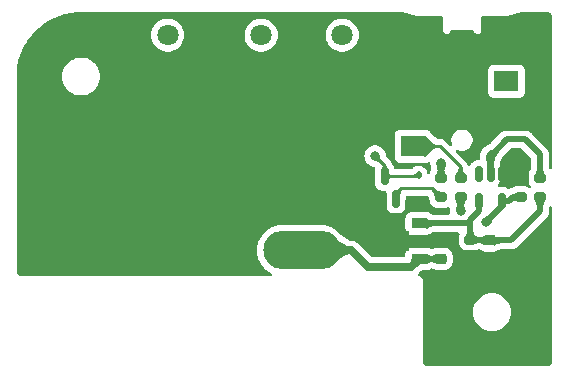
<source format=gbr>
%TF.GenerationSoftware,KiCad,Pcbnew,(7.0.0-0)*%
%TF.CreationDate,2023-02-27T23:59:31-08:00*%
%TF.ProjectId,DEMI_Buffer,44454d49-5f42-4756-9666-65722e6b6963,rev?*%
%TF.SameCoordinates,Original*%
%TF.FileFunction,Copper,L2,Bot*%
%TF.FilePolarity,Positive*%
%FSLAX46Y46*%
G04 Gerber Fmt 4.6, Leading zero omitted, Abs format (unit mm)*
G04 Created by KiCad (PCBNEW (7.0.0-0)) date 2023-02-27 23:59:31*
%MOMM*%
%LPD*%
G01*
G04 APERTURE LIST*
G04 Aperture macros list*
%AMRoundRect*
0 Rectangle with rounded corners*
0 $1 Rounding radius*
0 $2 $3 $4 $5 $6 $7 $8 $9 X,Y pos of 4 corners*
0 Add a 4 corners polygon primitive as box body*
4,1,4,$2,$3,$4,$5,$6,$7,$8,$9,$2,$3,0*
0 Add four circle primitives for the rounded corners*
1,1,$1+$1,$2,$3*
1,1,$1+$1,$4,$5*
1,1,$1+$1,$6,$7*
1,1,$1+$1,$8,$9*
0 Add four rect primitives between the rounded corners*
20,1,$1+$1,$2,$3,$4,$5,0*
20,1,$1+$1,$4,$5,$6,$7,0*
20,1,$1+$1,$6,$7,$8,$9,0*
20,1,$1+$1,$8,$9,$2,$3,0*%
%AMFreePoly0*
4,1,9,3.862500,-0.866500,0.737500,-0.866500,0.737500,-0.450000,-0.737500,-0.450000,-0.737500,0.450000,0.737500,0.450000,0.737500,0.866500,3.862500,0.866500,3.862500,-0.866500,3.862500,-0.866500,$1*%
G04 Aperture macros list end*
%TA.AperFunction,SMDPad,CuDef*%
%ADD10R,2.100000X1.800000*%
%TD*%
%TA.AperFunction,SMDPad,CuDef*%
%ADD11RoundRect,0.200000X-0.275000X0.200000X-0.275000X-0.200000X0.275000X-0.200000X0.275000X0.200000X0*%
%TD*%
%TA.AperFunction,SMDPad,CuDef*%
%ADD12RoundRect,0.200000X0.275000X-0.200000X0.275000X0.200000X-0.275000X0.200000X-0.275000X-0.200000X0*%
%TD*%
%TA.AperFunction,SMDPad,CuDef*%
%ADD13R,1.300000X0.900000*%
%TD*%
%TA.AperFunction,SMDPad,CuDef*%
%ADD14FreePoly0,180.000000*%
%TD*%
%TA.AperFunction,SMDPad,CuDef*%
%ADD15RoundRect,0.112500X0.112500X-0.187500X0.112500X0.187500X-0.112500X0.187500X-0.112500X-0.187500X0*%
%TD*%
%TA.AperFunction,SMDPad,CuDef*%
%ADD16RoundRect,0.150000X0.150000X-0.587500X0.150000X0.587500X-0.150000X0.587500X-0.150000X-0.587500X0*%
%TD*%
%TA.AperFunction,SMDPad,CuDef*%
%ADD17RoundRect,0.150000X-0.150000X0.512500X-0.150000X-0.512500X0.150000X-0.512500X0.150000X0.512500X0*%
%TD*%
%TA.AperFunction,SMDPad,CuDef*%
%ADD18RoundRect,0.225000X0.250000X-0.225000X0.250000X0.225000X-0.250000X0.225000X-0.250000X-0.225000X0*%
%TD*%
%TA.AperFunction,ComponentPad*%
%ADD19O,6.540000X3.270000*%
%TD*%
%TA.AperFunction,ComponentPad*%
%ADD20C,1.800000*%
%TD*%
%TA.AperFunction,SMDPad,CuDef*%
%ADD21RoundRect,0.225000X-0.250000X0.225000X-0.250000X-0.225000X0.250000X-0.225000X0.250000X0.225000X0*%
%TD*%
%TA.AperFunction,ViaPad*%
%ADD22C,0.800000*%
%TD*%
%TA.AperFunction,Conductor*%
%ADD23C,0.508000*%
%TD*%
%TA.AperFunction,Conductor*%
%ADD24C,0.635000*%
%TD*%
%TA.AperFunction,Conductor*%
%ADD25C,0.250000*%
%TD*%
G04 APERTURE END LIST*
D10*
%TO.P,J1,1*%
%TO.N,GND*%
X141029999Y-88809999D03*
%TO.P,J1,2*%
%TO.N,/SEND*%
X140629999Y-97709999D03*
%TO.P,J1,3*%
%TO.N,/ACL*%
X148529999Y-92209999D03*
%TD*%
D11*
%TO.P,R4,1*%
%TO.N,/SEND*%
X144653000Y-100394000D03*
%TO.P,R4,2*%
%TO.N,Net-(R1-Pad2)*%
X144653000Y-102044000D03*
%TD*%
D12*
%TO.P,R1,1*%
%TO.N,+5V*%
X151384000Y-102044000D03*
%TO.P,R1,2*%
%TO.N,Net-(R1-Pad2)*%
X151384000Y-100394000D03*
%TD*%
%TO.P,R2,1*%
%TO.N,Net-(R2-Pad1)*%
X149733000Y-102018600D03*
%TO.P,R2,2*%
%TO.N,GND*%
X149733000Y-100368600D03*
%TD*%
D13*
%TO.P,U2,1,OUT*%
%TO.N,+5V*%
X141141999Y-104265599D03*
D14*
%TO.P,U2,2,GND*%
%TO.N,GND*%
X141054500Y-105765600D03*
D13*
%TO.P,U2,3,IN*%
%TO.N,Net-(DEMI_BUS1-Pin_1)*%
X141141999Y-107265599D03*
%TD*%
D15*
%TO.P,D1,1,A1*%
%TO.N,GND*%
X141097000Y-102303000D03*
%TO.P,D1,2,A2*%
%TO.N,Net-(D1-A2)*%
X141097000Y-100203000D03*
%TD*%
D16*
%TO.P,Q1,1,G*%
%TO.N,Net-(Q1-G)*%
X139187000Y-102156500D03*
%TO.P,Q1,2,S*%
%TO.N,GND*%
X137287000Y-102156500D03*
%TO.P,Q1,3,D*%
%TO.N,Net-(D1-A2)*%
X138237000Y-100281500D03*
%TD*%
D11*
%TO.P,R3,1*%
%TO.N,Net-(R2-Pad1)*%
X143002000Y-100394000D03*
%TO.P,R3,2*%
%TO.N,Net-(Q1-G)*%
X143002000Y-102044000D03*
%TD*%
D17*
%TO.P,U3,1,NC*%
%TO.N,unconnected-(U3-NC-Pad1)*%
X146243000Y-100081500D03*
%TO.P,U3,2*%
%TO.N,Net-(R1-Pad2)*%
X147193000Y-100081500D03*
%TO.P,U3,3,GND*%
%TO.N,GND*%
X148143000Y-100081500D03*
%TO.P,U3,4*%
%TO.N,Net-(R2-Pad1)*%
X148143000Y-102356500D03*
%TO.P,U3,5,VCC*%
%TO.N,+5V*%
X146243000Y-102356500D03*
%TD*%
D18*
%TO.P,C2,1*%
%TO.N,Net-(DEMI_BUS1-Pin_1)*%
X143002000Y-107251800D03*
%TO.P,C2,2*%
%TO.N,GND*%
X143002000Y-105701800D03*
%TD*%
D11*
%TO.P,R5,1*%
%TO.N,+5V*%
X145491200Y-105651800D03*
%TO.P,R5,2*%
%TO.N,GND*%
X145491200Y-107301800D03*
%TD*%
D19*
%TO.P,J2,1,1*%
%TO.N,Net-(DEMI_BUS1-Pin_1)*%
X131190999Y-106552999D03*
%TO.P,J2,2,2*%
%TO.N,GND*%
X123290999Y-106552999D03*
D20*
%TO.P,J2,P3*%
%TO.N,N/C*%
X134631000Y-88313000D03*
%TO.P,J2,P4*%
X119851000Y-88313000D03*
%TO.P,J2,P5*%
X127771000Y-88313000D03*
%TD*%
D21*
%TO.P,C1,1*%
%TO.N,+5V*%
X147116800Y-105701800D03*
%TO.P,C1,2*%
%TO.N,GND*%
X147116800Y-107251800D03*
%TD*%
D22*
%TO.N,GND*%
X148463000Y-108204000D03*
X135001000Y-103632000D03*
X149479000Y-108204000D03*
X149225000Y-98552000D03*
X135001000Y-104775000D03*
X150495000Y-108204000D03*
%TO.N,Net-(D1-A2)*%
X137414000Y-98552000D03*
%TO.N,Net-(R1-Pad2)*%
X147193000Y-98552000D03*
X144653000Y-103251000D03*
%TO.N,Net-(R2-Pad1)*%
X143002000Y-99187000D03*
X146812000Y-104140000D03*
%TD*%
D23*
%TO.N,+5V*%
X146243000Y-103185000D02*
X146243000Y-102356500D01*
X145491200Y-104267000D02*
X145491200Y-103936800D01*
X145491200Y-105651800D02*
X145491200Y-103936800D01*
X148933200Y-105701800D02*
X147116800Y-105701800D01*
X145491200Y-103936800D02*
X146243000Y-103185000D01*
X141096000Y-104265600D02*
X145489800Y-104265600D01*
X145489800Y-104265600D02*
X145491200Y-104267000D01*
X151384000Y-102044000D02*
X151384000Y-103251000D01*
X151384000Y-103251000D02*
X148933200Y-105701800D01*
X147066800Y-105651800D02*
X147116800Y-105701800D01*
X145491200Y-105651800D02*
X147066800Y-105651800D01*
D24*
%TO.N,Net-(DEMI_BUS1-Pin_1)*%
X141142000Y-107270000D02*
X140462000Y-107950000D01*
X140462000Y-107950000D02*
X136779000Y-107950000D01*
X141142000Y-107265600D02*
X141142000Y-107270000D01*
X135382000Y-106553000D02*
X131191000Y-106553000D01*
D23*
X141142000Y-107265600D02*
X142988200Y-107265600D01*
X142988200Y-107265600D02*
X143002000Y-107251800D01*
D24*
X136779000Y-107950000D02*
X135382000Y-106553000D01*
D25*
%TO.N,Net-(D1-A2)*%
X141018500Y-100281500D02*
X138237000Y-100281500D01*
X141097000Y-100203000D02*
X141018500Y-100281500D01*
X138237000Y-99375000D02*
X137414000Y-98552000D01*
X138237000Y-100281500D02*
X138237000Y-99375000D01*
%TO.N,/SEND*%
X142871200Y-97710000D02*
X140630000Y-97710000D01*
X144653000Y-100394000D02*
X144653000Y-99491800D01*
X144653000Y-99491800D02*
X142871200Y-97710000D01*
%TO.N,Net-(Q1-G)*%
X143052800Y-102158800D02*
X143116800Y-102158800D01*
X139598400Y-101295200D02*
X142253200Y-101295200D01*
X139187000Y-102142000D02*
X139187000Y-101706600D01*
X142253200Y-101295200D02*
X143052800Y-102094800D01*
X139187000Y-101706600D02*
X139598400Y-101295200D01*
X143116800Y-102158800D02*
X143002000Y-102044000D01*
X143052800Y-102094800D02*
X143052800Y-102158800D01*
D23*
%TO.N,Net-(R1-Pad2)*%
X144653000Y-103251000D02*
X144653000Y-102044000D01*
X147193000Y-100081500D02*
X147193000Y-98552000D01*
X151384000Y-100394000D02*
X151384000Y-98425000D01*
X148590000Y-97155000D02*
X147193000Y-98552000D01*
X150114000Y-97155000D02*
X148590000Y-97155000D01*
X151384000Y-98425000D02*
X150114000Y-97155000D01*
%TO.N,Net-(R2-Pad1)*%
X146812000Y-104140000D02*
X148143000Y-102809000D01*
X149060400Y-102018600D02*
X149733000Y-102018600D01*
X148143000Y-102809000D02*
X148143000Y-102356500D01*
X143002000Y-100394000D02*
X143002000Y-99187000D01*
X148143000Y-102356500D02*
X148722500Y-102356500D01*
X148722500Y-102356500D02*
X149060400Y-102018600D01*
%TD*%
%TA.AperFunction,Conductor*%
%TO.N,Net-(R2-Pad1)*%
G36*
X143254166Y-99596402D02*
G01*
X143258351Y-99602620D01*
X143285200Y-99701041D01*
X143314400Y-99799322D01*
X143314429Y-99799411D01*
X143314438Y-99799440D01*
X143343554Y-99888708D01*
X143343566Y-99888744D01*
X143343599Y-99888844D01*
X143343634Y-99888942D01*
X143343642Y-99888964D01*
X143372764Y-99969510D01*
X143372774Y-99969538D01*
X143372799Y-99969605D01*
X143372828Y-99969678D01*
X143372839Y-99969705D01*
X143398885Y-100033927D01*
X143399432Y-100041002D01*
X143395790Y-100047092D01*
X143009747Y-100388155D01*
X143002000Y-100391087D01*
X142994253Y-100388155D01*
X142608209Y-100047092D01*
X142604567Y-100041002D01*
X142605113Y-100033928D01*
X142631200Y-99969605D01*
X142660400Y-99888844D01*
X142689599Y-99799322D01*
X142718799Y-99701041D01*
X142745648Y-99602620D01*
X142749834Y-99596402D01*
X142756936Y-99594000D01*
X143247064Y-99594000D01*
X143254166Y-99596402D01*
G37*
%TD.AperFunction*%
%TD*%
%TA.AperFunction,Conductor*%
%TO.N,+5V*%
G36*
X147461488Y-105273248D02*
G01*
X147570683Y-105328221D01*
X147688462Y-105375756D01*
X147806241Y-105411530D01*
X147904466Y-105431558D01*
X147923730Y-105435486D01*
X147923732Y-105435486D01*
X147924020Y-105435545D01*
X147989447Y-105442352D01*
X148031311Y-105446709D01*
X148038791Y-105450513D01*
X148041800Y-105458346D01*
X148041800Y-105945254D01*
X148038791Y-105953087D01*
X148031311Y-105956891D01*
X147924314Y-105968023D01*
X147924305Y-105968024D01*
X147924020Y-105968054D01*
X147923751Y-105968108D01*
X147923730Y-105968112D01*
X147806514Y-105992013D01*
X147806507Y-105992014D01*
X147806241Y-105992069D01*
X147805980Y-105992147D01*
X147805973Y-105992150D01*
X147688715Y-106027766D01*
X147688711Y-106027767D01*
X147688462Y-106027843D01*
X147688226Y-106027938D01*
X147688221Y-106027940D01*
X147570892Y-106075293D01*
X147570878Y-106075298D01*
X147570683Y-106075378D01*
X147570487Y-106075476D01*
X147570473Y-106075483D01*
X147461490Y-106130350D01*
X147453660Y-106131314D01*
X147446998Y-106127089D01*
X147323124Y-105968023D01*
X147121397Y-105708987D01*
X147118929Y-105701800D01*
X147121397Y-105694612D01*
X147446999Y-105276509D01*
X147453660Y-105272285D01*
X147461488Y-105273248D01*
G37*
%TD.AperFunction*%
%TD*%
%TA.AperFunction,Conductor*%
%TO.N,Net-(D1-A2)*%
G36*
X138545248Y-99989176D02*
G01*
X138597000Y-100037338D01*
X138657000Y-100082757D01*
X138717000Y-100117757D01*
X138777000Y-100142338D01*
X138808727Y-100149826D01*
X138827988Y-100154373D01*
X138834474Y-100158499D01*
X138837000Y-100165760D01*
X138837000Y-100397240D01*
X138834474Y-100404501D01*
X138827988Y-100408627D01*
X138777450Y-100420554D01*
X138777440Y-100420557D01*
X138777000Y-100420661D01*
X138776583Y-100420831D01*
X138776573Y-100420835D01*
X138717385Y-100445084D01*
X138717381Y-100445085D01*
X138717000Y-100445242D01*
X138716645Y-100445448D01*
X138716637Y-100445453D01*
X138657305Y-100480064D01*
X138657000Y-100480242D01*
X138656734Y-100480443D01*
X138656724Y-100480450D01*
X138597235Y-100525482D01*
X138597221Y-100525493D01*
X138597000Y-100525661D01*
X138596790Y-100525856D01*
X138596781Y-100525864D01*
X138545248Y-100573823D01*
X138537077Y-100576956D01*
X138529018Y-100573545D01*
X138244313Y-100289785D01*
X138241273Y-100284534D01*
X138241273Y-100278466D01*
X138244313Y-100273214D01*
X138529020Y-99989452D01*
X138537077Y-99986043D01*
X138545248Y-99989176D01*
G37*
%TD.AperFunction*%
%TD*%
%TA.AperFunction,Conductor*%
%TO.N,Net-(R2-Pad1)*%
G36*
X149317166Y-101691519D02*
G01*
X149723771Y-102010108D01*
X149727516Y-102015226D01*
X149728041Y-102021545D01*
X149725192Y-102027210D01*
X149387550Y-102396714D01*
X149380932Y-102400346D01*
X149373474Y-102399181D01*
X149324870Y-102373659D01*
X149324862Y-102373655D01*
X149324547Y-102373490D01*
X149324200Y-102373361D01*
X149268023Y-102352486D01*
X149268019Y-102352484D01*
X149267632Y-102352341D01*
X149267224Y-102352252D01*
X149211151Y-102340025D01*
X149211140Y-102340023D01*
X149210716Y-102339931D01*
X149210282Y-102339902D01*
X149210275Y-102339902D01*
X149154243Y-102336286D01*
X149154236Y-102336286D01*
X149153801Y-102336258D01*
X149153363Y-102336296D01*
X149153357Y-102336297D01*
X149102330Y-102340838D01*
X149097300Y-102340181D01*
X149093020Y-102337457D01*
X148750668Y-101995105D01*
X148747320Y-101988189D01*
X148748985Y-101980687D01*
X148754941Y-101975838D01*
X148852239Y-101940469D01*
X148966802Y-101890064D01*
X149081365Y-101830898D01*
X149195928Y-101762973D01*
X149303445Y-101691005D01*
X149310387Y-101689037D01*
X149317166Y-101691519D01*
G37*
%TD.AperFunction*%
%TD*%
%TA.AperFunction,Conductor*%
%TO.N,Net-(D1-A2)*%
G36*
X138234895Y-99203400D02*
G01*
X138239988Y-99208595D01*
X138280737Y-99290966D01*
X138280746Y-99290984D01*
X138280795Y-99291082D01*
X138280858Y-99291196D01*
X138280863Y-99291205D01*
X138328747Y-99377531D01*
X138328757Y-99377548D01*
X138328832Y-99377683D01*
X138376868Y-99453785D01*
X138376979Y-99453936D01*
X138376982Y-99453941D01*
X138412724Y-99502752D01*
X138424905Y-99519386D01*
X138425072Y-99519578D01*
X138425074Y-99519580D01*
X138468551Y-99569450D01*
X138471203Y-99574837D01*
X138470835Y-99580829D01*
X138247191Y-100253672D01*
X138243169Y-100259296D01*
X138236675Y-100261667D01*
X138229976Y-100259959D01*
X138225411Y-100254766D01*
X138224921Y-100253672D01*
X137950908Y-99642154D01*
X137949906Y-99636685D01*
X137951544Y-99631371D01*
X137969930Y-99600635D01*
X137991443Y-99556070D01*
X138012955Y-99502902D01*
X138034468Y-99441131D01*
X138055128Y-99373545D01*
X138058042Y-99368696D01*
X138221230Y-99205508D01*
X138227716Y-99202220D01*
X138234895Y-99203400D01*
G37*
%TD.AperFunction*%
%TD*%
%TA.AperFunction,Conductor*%
%TO.N,+5V*%
G36*
X141798661Y-103820242D02*
G01*
X141882000Y-103878319D01*
X141972000Y-103929279D01*
X142062000Y-103968480D01*
X142152000Y-103995920D01*
X142232309Y-104009911D01*
X142239255Y-104013907D01*
X142242000Y-104021437D01*
X142242000Y-104509762D01*
X142239255Y-104517292D01*
X142232308Y-104521288D01*
X142152367Y-104535214D01*
X142152350Y-104535217D01*
X142152000Y-104535279D01*
X142151659Y-104535382D01*
X142151642Y-104535387D01*
X142062321Y-104562620D01*
X142062303Y-104562626D01*
X142062000Y-104562719D01*
X142061711Y-104562844D01*
X142061697Y-104562850D01*
X141972285Y-104601795D01*
X141972271Y-104601801D01*
X141972000Y-104601920D01*
X141971743Y-104602065D01*
X141971726Y-104602074D01*
X141882246Y-104652740D01*
X141882234Y-104652747D01*
X141882000Y-104652880D01*
X141881781Y-104653032D01*
X141881766Y-104653042D01*
X141798661Y-104710957D01*
X141791994Y-104713058D01*
X141785319Y-104710982D01*
X141701265Y-104652880D01*
X141154921Y-104275222D01*
X141150476Y-104269303D01*
X141150476Y-104261897D01*
X141154921Y-104255977D01*
X141785322Y-103820216D01*
X141791994Y-103818141D01*
X141798661Y-103820242D01*
G37*
%TD.AperFunction*%
%TD*%
%TA.AperFunction,Conductor*%
%TO.N,Net-(R2-Pad1)*%
G36*
X147205749Y-103402379D02*
G01*
X147549620Y-103746250D01*
X147553039Y-103754081D01*
X147550221Y-103762147D01*
X147426391Y-103906291D01*
X147426134Y-103906726D01*
X147426130Y-103906733D01*
X147353239Y-104030554D01*
X147353228Y-104030573D01*
X147353106Y-104030782D01*
X147353000Y-104031007D01*
X147352993Y-104031021D01*
X147299257Y-104145484D01*
X147298749Y-104146447D01*
X147226269Y-104269571D01*
X147225061Y-104271260D01*
X147103046Y-104413293D01*
X147097774Y-104416800D01*
X147091448Y-104417048D01*
X147085919Y-104413963D01*
X146811293Y-104140707D01*
X146811251Y-104140665D01*
X146538036Y-103866080D01*
X146534951Y-103860551D01*
X146535199Y-103854225D01*
X146538704Y-103848954D01*
X146680744Y-103726931D01*
X146682415Y-103725736D01*
X146805574Y-103653233D01*
X146806495Y-103652748D01*
X146921217Y-103598892D01*
X147045707Y-103525608D01*
X147189854Y-103401776D01*
X147197919Y-103398960D01*
X147205749Y-103402379D01*
G37*
%TD.AperFunction*%
%TD*%
%TA.AperFunction,Conductor*%
%TO.N,Net-(R1-Pad2)*%
G36*
X144660747Y-102049844D02*
G01*
X145046790Y-102390907D01*
X145050432Y-102396997D01*
X145049885Y-102404072D01*
X145023839Y-102468293D01*
X145023821Y-102468338D01*
X145023799Y-102468394D01*
X145023780Y-102468444D01*
X145023764Y-102468488D01*
X144994642Y-102549034D01*
X144994627Y-102549076D01*
X144994599Y-102549155D01*
X144994572Y-102549234D01*
X144994554Y-102549290D01*
X144965438Y-102638558D01*
X144965424Y-102638602D01*
X144965400Y-102638677D01*
X144965361Y-102638807D01*
X144965358Y-102638818D01*
X144936226Y-102736870D01*
X144936189Y-102736996D01*
X144909352Y-102835379D01*
X144905166Y-102841598D01*
X144898064Y-102844000D01*
X144407936Y-102844000D01*
X144400834Y-102841598D01*
X144396648Y-102835379D01*
X144369809Y-102736996D01*
X144369799Y-102736958D01*
X144340599Y-102638677D01*
X144311400Y-102549155D01*
X144282200Y-102468394D01*
X144256113Y-102404071D01*
X144255567Y-102396997D01*
X144259208Y-102390907D01*
X144645253Y-102049843D01*
X144653000Y-102046912D01*
X144660747Y-102049844D01*
G37*
%TD.AperFunction*%
%TD*%
%TA.AperFunction,Conductor*%
%TO.N,Net-(DEMI_BUS1-Pin_1)*%
G36*
X142671914Y-106826655D02*
G01*
X142997401Y-107244611D01*
X142999870Y-107251800D01*
X142997401Y-107258989D01*
X142671689Y-107677233D01*
X142665135Y-107681434D01*
X142657395Y-107680592D01*
X142548326Y-107628238D01*
X142548310Y-107628231D01*
X142548116Y-107628138D01*
X142547897Y-107628055D01*
X142547893Y-107628053D01*
X142430595Y-107583461D01*
X142430593Y-107583460D01*
X142430337Y-107583363D01*
X142430092Y-107583294D01*
X142430076Y-107583289D01*
X142312819Y-107550422D01*
X142312815Y-107550421D01*
X142312558Y-107550349D01*
X142312293Y-107550301D01*
X142312288Y-107550300D01*
X142195056Y-107529144D01*
X142194779Y-107529094D01*
X142194497Y-107529071D01*
X142194495Y-107529071D01*
X142087760Y-107520467D01*
X142080101Y-107516739D01*
X142077000Y-107508805D01*
X142077000Y-107021903D01*
X142079919Y-107014171D01*
X142087219Y-107010297D01*
X142194779Y-106996585D01*
X142312558Y-106969810D01*
X142430337Y-106931276D01*
X142548116Y-106880981D01*
X142657229Y-106823492D01*
X142665146Y-106822406D01*
X142671914Y-106826655D01*
G37*
%TD.AperFunction*%
%TD*%
%TA.AperFunction,Conductor*%
%TO.N,Net-(R2-Pad1)*%
G36*
X143389411Y-99186968D02*
G01*
X143395501Y-99188696D01*
X143399800Y-99193345D01*
X143401048Y-99199552D01*
X143386894Y-99386261D01*
X143386554Y-99388310D01*
X143350743Y-99526626D01*
X143350421Y-99527666D01*
X143307484Y-99646591D01*
X143307479Y-99646606D01*
X143307392Y-99646848D01*
X143307329Y-99647088D01*
X143307324Y-99647107D01*
X143271312Y-99786201D01*
X143271184Y-99786697D01*
X143271145Y-99787205D01*
X143271145Y-99787208D01*
X143256820Y-99976184D01*
X143253107Y-99983880D01*
X143245153Y-99987000D01*
X142758847Y-99987000D01*
X142750893Y-99983880D01*
X142747180Y-99976184D01*
X142732816Y-99786697D01*
X142696608Y-99646848D01*
X142653576Y-99527660D01*
X142653256Y-99526626D01*
X142617445Y-99388310D01*
X142617105Y-99386261D01*
X142602951Y-99199550D01*
X142604199Y-99193345D01*
X142608498Y-99188696D01*
X142614587Y-99186968D01*
X143002000Y-99186000D01*
X143389411Y-99186968D01*
G37*
%TD.AperFunction*%
%TD*%
%TA.AperFunction,Conductor*%
%TO.N,Net-(R1-Pad2)*%
G36*
X147580411Y-98551968D02*
G01*
X147586501Y-98553696D01*
X147590800Y-98558345D01*
X147592048Y-98564552D01*
X147577894Y-98751261D01*
X147577554Y-98753310D01*
X147541742Y-98891626D01*
X147541420Y-98892666D01*
X147498484Y-99011591D01*
X147498479Y-99011606D01*
X147498392Y-99011848D01*
X147498329Y-99012088D01*
X147498324Y-99012107D01*
X147462312Y-99151201D01*
X147462184Y-99151697D01*
X147462145Y-99152205D01*
X147462145Y-99152208D01*
X147447820Y-99341184D01*
X147444107Y-99348880D01*
X147436153Y-99352000D01*
X146949847Y-99352000D01*
X146941893Y-99348880D01*
X146938180Y-99341184D01*
X146923816Y-99151697D01*
X146887607Y-99011848D01*
X146844576Y-98892660D01*
X146844256Y-98891626D01*
X146808445Y-98753310D01*
X146808105Y-98751261D01*
X146793951Y-98564550D01*
X146795199Y-98558345D01*
X146799498Y-98553696D01*
X146805587Y-98551968D01*
X147193000Y-98551000D01*
X147580411Y-98551968D01*
G37*
%TD.AperFunction*%
%TD*%
%TA.AperFunction,Conductor*%
%TO.N,/SEND*%
G36*
X141682552Y-96815840D02*
G01*
X141687552Y-96819493D01*
X141860000Y-97036261D01*
X142040000Y-97226892D01*
X142220000Y-97381892D01*
X142400000Y-97501261D01*
X142400393Y-97501444D01*
X142400397Y-97501446D01*
X142573235Y-97581853D01*
X142578165Y-97586170D01*
X142580000Y-97592461D01*
X142580000Y-97827539D01*
X142578165Y-97833830D01*
X142573235Y-97838147D01*
X142400397Y-97918552D01*
X142400383Y-97918559D01*
X142400000Y-97918738D01*
X142399639Y-97918976D01*
X142399636Y-97918979D01*
X142220300Y-98037907D01*
X142220288Y-98037915D01*
X142220000Y-98038107D01*
X142219739Y-98038331D01*
X142219728Y-98038340D01*
X142040223Y-98192914D01*
X142040212Y-98192923D01*
X142040000Y-98193107D01*
X142039806Y-98193311D01*
X142039797Y-98193321D01*
X141860164Y-98383563D01*
X141860150Y-98383578D01*
X141860000Y-98383738D01*
X141859858Y-98383915D01*
X141859848Y-98383928D01*
X141687552Y-98600506D01*
X141682552Y-98604159D01*
X141676388Y-98604748D01*
X141670786Y-98602109D01*
X140639378Y-97718887D01*
X140635768Y-97713318D01*
X140635768Y-97706682D01*
X140639378Y-97701113D01*
X141012430Y-97381658D01*
X141670786Y-96817889D01*
X141676388Y-96815251D01*
X141682552Y-96815840D01*
G37*
%TD.AperFunction*%
%TD*%
%TA.AperFunction,Conductor*%
%TO.N,/SEND*%
G36*
X144776800Y-99595863D02*
G01*
X144781117Y-99600860D01*
X144833000Y-99715040D01*
X144833066Y-99715166D01*
X144833079Y-99715193D01*
X144887908Y-99820147D01*
X144887915Y-99820159D01*
X144888000Y-99820322D01*
X144888098Y-99820481D01*
X144942867Y-99909629D01*
X144942872Y-99909637D01*
X144942999Y-99909843D01*
X144943143Y-99910036D01*
X144943147Y-99910042D01*
X144997794Y-99983331D01*
X144997800Y-99983338D01*
X144997999Y-99983605D01*
X144998232Y-99983851D01*
X144998234Y-99983853D01*
X145044660Y-100032812D01*
X145047579Y-100038270D01*
X145047306Y-100044453D01*
X145043917Y-100049631D01*
X144660747Y-100388155D01*
X144653000Y-100391087D01*
X144645253Y-100388155D01*
X144262082Y-100049631D01*
X144258693Y-100044453D01*
X144258420Y-100038270D01*
X144261337Y-100032813D01*
X144308000Y-99983605D01*
X144363000Y-99909843D01*
X144417999Y-99820322D01*
X144472999Y-99715040D01*
X144524882Y-99600860D01*
X144529200Y-99595863D01*
X144535535Y-99594000D01*
X144770465Y-99594000D01*
X144776800Y-99595863D01*
G37*
%TD.AperFunction*%
%TD*%
%TA.AperFunction,Conductor*%
%TO.N,Net-(Q1-G)*%
G36*
X139664996Y-101187567D02*
G01*
X139668213Y-101195624D01*
X139668213Y-101418727D01*
X139667847Y-101421629D01*
X139631989Y-101561676D01*
X139631990Y-101561677D01*
X139631956Y-101561813D01*
X139595727Y-101713811D01*
X139559485Y-101876366D01*
X139559469Y-101876441D01*
X139523242Y-102049422D01*
X139489391Y-102220863D01*
X139486581Y-102226456D01*
X139481289Y-102229799D01*
X139475032Y-102229937D01*
X139195701Y-102158964D01*
X139189021Y-102154368D01*
X139186933Y-102146534D01*
X139254382Y-101426484D01*
X139256821Y-101420362D01*
X139262184Y-101416528D01*
X139337709Y-101390240D01*
X139420335Y-101350980D01*
X139502961Y-101301219D01*
X139585587Y-101240959D01*
X139638525Y-101195624D01*
X139648903Y-101186737D01*
X139657115Y-101183939D01*
X139664996Y-101187567D01*
G37*
%TD.AperFunction*%
%TD*%
%TA.AperFunction,Conductor*%
%TO.N,Net-(R2-Pad1)*%
G36*
X148445951Y-102055896D02*
G01*
X148451277Y-102059594D01*
X148465878Y-102077537D01*
X148488756Y-102102893D01*
X148511634Y-102125488D01*
X148511756Y-102125594D01*
X148511767Y-102125604D01*
X148534071Y-102144942D01*
X148534512Y-102145324D01*
X148534683Y-102145452D01*
X148534686Y-102145454D01*
X148556712Y-102161893D01*
X148557987Y-102162996D01*
X148901352Y-102506361D01*
X148904751Y-102513820D01*
X148902421Y-102521678D01*
X148895506Y-102526080D01*
X148821896Y-102541686D01*
X148821845Y-102541698D01*
X148727247Y-102564510D01*
X148727199Y-102564522D01*
X148727159Y-102564532D01*
X148727107Y-102564545D01*
X148727080Y-102564553D01*
X148632531Y-102590109D01*
X148632509Y-102590115D01*
X148632440Y-102590134D01*
X148632315Y-102590171D01*
X148632313Y-102590172D01*
X148537817Y-102618466D01*
X148537747Y-102618487D01*
X148537720Y-102618496D01*
X148537695Y-102618503D01*
X148537619Y-102618528D01*
X148449730Y-102647406D01*
X148443445Y-102647691D01*
X148437921Y-102644679D01*
X148150700Y-102365382D01*
X148147597Y-102360171D01*
X148147519Y-102354106D01*
X148150486Y-102348820D01*
X148433836Y-102058800D01*
X148439473Y-102055602D01*
X148445951Y-102055896D01*
G37*
%TD.AperFunction*%
%TD*%
%TA.AperFunction,Conductor*%
%TO.N,Net-(R1-Pad2)*%
G36*
X151636166Y-99596402D02*
G01*
X151640351Y-99602620D01*
X151667200Y-99701041D01*
X151696400Y-99799322D01*
X151696429Y-99799411D01*
X151696438Y-99799440D01*
X151725554Y-99888708D01*
X151725566Y-99888744D01*
X151725599Y-99888844D01*
X151725634Y-99888942D01*
X151725642Y-99888964D01*
X151754764Y-99969510D01*
X151754774Y-99969538D01*
X151754799Y-99969605D01*
X151754828Y-99969678D01*
X151754839Y-99969705D01*
X151780885Y-100033927D01*
X151781432Y-100041002D01*
X151777790Y-100047092D01*
X151391747Y-100388155D01*
X151384000Y-100391087D01*
X151376253Y-100388155D01*
X150990209Y-100047092D01*
X150986567Y-100041002D01*
X150987113Y-100033928D01*
X151013200Y-99969605D01*
X151042400Y-99888844D01*
X151071599Y-99799322D01*
X151100799Y-99701041D01*
X151127648Y-99602620D01*
X151131834Y-99596402D01*
X151138936Y-99594000D01*
X151629064Y-99594000D01*
X151636166Y-99596402D01*
G37*
%TD.AperFunction*%
%TD*%
%TA.AperFunction,Conductor*%
%TO.N,Net-(D1-A2)*%
G36*
X137784037Y-98405479D02*
G01*
X137787600Y-98410642D01*
X137840297Y-98563153D01*
X137840615Y-98564241D01*
X137870449Y-98688410D01*
X137870482Y-98688526D01*
X137870489Y-98688553D01*
X137900229Y-98793181D01*
X137900231Y-98793186D01*
X137900401Y-98793784D01*
X137957291Y-98900512D01*
X138060996Y-99021069D01*
X138063818Y-99029137D01*
X138060399Y-99036971D01*
X137898971Y-99198399D01*
X137891137Y-99201818D01*
X137883069Y-99198996D01*
X137762512Y-99095291D01*
X137761947Y-99094990D01*
X137761946Y-99094989D01*
X137656334Y-99038694D01*
X137656332Y-99038693D01*
X137655784Y-99038401D01*
X137655186Y-99038231D01*
X137655181Y-99038229D01*
X137550553Y-99008489D01*
X137550526Y-99008482D01*
X137550410Y-99008449D01*
X137523684Y-99002027D01*
X137426241Y-98978615D01*
X137425153Y-98978297D01*
X137272642Y-98925600D01*
X137267479Y-98922037D01*
X137264899Y-98916319D01*
X137265642Y-98910092D01*
X137411437Y-98555801D01*
X137413983Y-98551983D01*
X137417801Y-98549437D01*
X137772092Y-98403642D01*
X137778319Y-98402899D01*
X137784037Y-98405479D01*
G37*
%TD.AperFunction*%
%TD*%
%TA.AperFunction,Conductor*%
%TO.N,Net-(DEMI_BUS1-Pin_1)*%
G36*
X141798661Y-106820242D02*
G01*
X141882000Y-106878319D01*
X141972000Y-106929279D01*
X142062000Y-106968480D01*
X142152000Y-106995920D01*
X142232309Y-107009911D01*
X142239255Y-107013907D01*
X142242000Y-107021437D01*
X142242000Y-107509762D01*
X142239255Y-107517292D01*
X142232308Y-107521288D01*
X142152367Y-107535214D01*
X142152350Y-107535217D01*
X142152000Y-107535279D01*
X142151659Y-107535382D01*
X142151642Y-107535387D01*
X142062321Y-107562620D01*
X142062303Y-107562626D01*
X142062000Y-107562719D01*
X142061711Y-107562844D01*
X142061697Y-107562850D01*
X141972285Y-107601795D01*
X141972271Y-107601801D01*
X141972000Y-107601920D01*
X141971743Y-107602065D01*
X141971726Y-107602074D01*
X141882246Y-107652740D01*
X141882234Y-107652747D01*
X141882000Y-107652880D01*
X141881781Y-107653032D01*
X141881766Y-107653042D01*
X141798661Y-107710957D01*
X141791994Y-107713058D01*
X141785319Y-107710982D01*
X141701062Y-107652740D01*
X141508453Y-107519600D01*
X141154922Y-107275223D01*
X141150476Y-107269302D01*
X141150476Y-107261896D01*
X141154919Y-107255978D01*
X141785322Y-106820216D01*
X141791994Y-106818141D01*
X141798661Y-106820242D01*
G37*
%TD.AperFunction*%
%TD*%
%TA.AperFunction,Conductor*%
%TO.N,Net-(Q1-G)*%
G36*
X142444114Y-101306880D02*
G01*
X142446044Y-101308219D01*
X142582404Y-101402845D01*
X142676116Y-101457309D01*
X142725079Y-101485766D01*
X142728724Y-101487884D01*
X142875044Y-101556422D01*
X143021364Y-101608461D01*
X143154437Y-101640782D01*
X143160171Y-101644106D01*
X143163179Y-101650013D01*
X143162495Y-101656605D01*
X143005121Y-102038843D01*
X143001691Y-102043460D01*
X142996476Y-102045885D01*
X142537110Y-102132772D01*
X142528976Y-102131344D01*
X142523812Y-102124901D01*
X142497277Y-102043460D01*
X142473461Y-101970364D01*
X142419922Y-101822544D01*
X142366384Y-101691224D01*
X142312845Y-101576404D01*
X142263489Y-101485765D01*
X142262185Y-101478499D01*
X142265490Y-101471900D01*
X142429172Y-101308218D01*
X142436400Y-101304839D01*
X142444114Y-101306880D01*
G37*
%TD.AperFunction*%
%TD*%
%TA.AperFunction,Conductor*%
%TO.N,Net-(DEMI_BUS1-Pin_1)*%
G36*
X134153289Y-105595505D02*
G01*
X134450964Y-105831887D01*
X134451171Y-105832051D01*
X134753970Y-106031552D01*
X135056769Y-106190103D01*
X135359568Y-106307704D01*
X135642403Y-106379302D01*
X135649054Y-106383845D01*
X135651192Y-106391610D01*
X135647805Y-106398917D01*
X135215423Y-106831299D01*
X135210561Y-106834218D01*
X134985518Y-106902813D01*
X134985510Y-106902815D01*
X134985087Y-106902945D01*
X134984682Y-106903140D01*
X134984677Y-106903143D01*
X134757169Y-107013303D01*
X134757157Y-107013309D01*
X134756818Y-107013474D01*
X134756498Y-107013685D01*
X134756495Y-107013688D01*
X134528819Y-107164771D01*
X134528805Y-107164781D01*
X134528548Y-107164952D01*
X134528311Y-107165151D01*
X134528300Y-107165160D01*
X134300499Y-107357195D01*
X134300492Y-107357200D01*
X134300279Y-107357381D01*
X134300089Y-107357574D01*
X134300073Y-107357590D01*
X134077268Y-107585384D01*
X134071518Y-107588607D01*
X134064937Y-107588210D01*
X131222433Y-106563875D01*
X131216773Y-106559518D01*
X131214701Y-106552682D01*
X131216990Y-106545915D01*
X131222785Y-106541740D01*
X134142402Y-105593538D01*
X134148091Y-105593153D01*
X134153289Y-105595505D01*
G37*
%TD.AperFunction*%
%TD*%
%TA.AperFunction,Conductor*%
%TO.N,+5V*%
G36*
X146786191Y-105275983D02*
G01*
X146848315Y-105355756D01*
X147112192Y-105694599D01*
X147114661Y-105701797D01*
X147112181Y-105708991D01*
X146786325Y-106126134D01*
X146779291Y-106130425D01*
X146771173Y-106129016D01*
X146662551Y-106065119D01*
X146662549Y-106065118D01*
X146662369Y-106065012D01*
X146662181Y-106064920D01*
X146544925Y-106007665D01*
X146544911Y-106007659D01*
X146544727Y-106007569D01*
X146544523Y-106007490D01*
X146544519Y-106007488D01*
X146427319Y-105961977D01*
X146427314Y-105961975D01*
X146427084Y-105961886D01*
X146309442Y-105927963D01*
X146309192Y-105927916D01*
X146309180Y-105927913D01*
X146201334Y-105907596D01*
X146194494Y-105903566D01*
X146191800Y-105896098D01*
X146191800Y-105409278D01*
X146195148Y-105401084D01*
X146203275Y-105397580D01*
X146309579Y-105395545D01*
X146427358Y-105381530D01*
X146545137Y-105355756D01*
X146662916Y-105318221D01*
X146772445Y-105272379D01*
X146779928Y-105271855D01*
X146786191Y-105275983D01*
G37*
%TD.AperFunction*%
%TD*%
%TA.AperFunction,Conductor*%
%TO.N,GND*%
G36*
X139716104Y-86364956D02*
G01*
X140969834Y-86710472D01*
X140969901Y-86710500D01*
X140969934Y-86710500D01*
X140969963Y-86710508D01*
X140970029Y-86710500D01*
X143055500Y-86710500D01*
X143117500Y-86727113D01*
X143162887Y-86772500D01*
X143179500Y-86834500D01*
X143179500Y-87909500D01*
X143179500Y-87910000D01*
X143179500Y-87957595D01*
X143182515Y-87966874D01*
X143190368Y-87991045D01*
X143208915Y-88048125D01*
X143214647Y-88056014D01*
X143214649Y-88056018D01*
X143259132Y-88117242D01*
X143264866Y-88125134D01*
X143272757Y-88130867D01*
X143333981Y-88175350D01*
X143333982Y-88175350D01*
X143341875Y-88181085D01*
X143432405Y-88210500D01*
X143517838Y-88210500D01*
X143527595Y-88210500D01*
X143618125Y-88181085D01*
X143695134Y-88125134D01*
X143751085Y-88048125D01*
X143767961Y-87996183D01*
X143793743Y-87951528D01*
X143835457Y-87921220D01*
X143885893Y-87910500D01*
X145674107Y-87910500D01*
X145724543Y-87921220D01*
X145766257Y-87951528D01*
X145792038Y-87996183D01*
X145805898Y-88038843D01*
X145805899Y-88038844D01*
X145808915Y-88048125D01*
X145814647Y-88056014D01*
X145814649Y-88056018D01*
X145859132Y-88117242D01*
X145864866Y-88125134D01*
X145872757Y-88130867D01*
X145933981Y-88175350D01*
X145933982Y-88175350D01*
X145941875Y-88181085D01*
X146032405Y-88210500D01*
X146117838Y-88210500D01*
X146127595Y-88210500D01*
X146218125Y-88181085D01*
X146295134Y-88125134D01*
X146351085Y-88048125D01*
X146380500Y-87957595D01*
X146380500Y-87910000D01*
X146380500Y-87909500D01*
X146380500Y-86834500D01*
X146397113Y-86772500D01*
X146442500Y-86727113D01*
X146504500Y-86710500D01*
X148589971Y-86710500D01*
X148590037Y-86710508D01*
X148590066Y-86710500D01*
X148590099Y-86710500D01*
X148590165Y-86710472D01*
X149843895Y-86364956D01*
X149876840Y-86360500D01*
X152010871Y-86360500D01*
X152027050Y-86361560D01*
X152031394Y-86362131D01*
X152036141Y-86362756D01*
X152039231Y-86363204D01*
X152111333Y-86374623D01*
X152139365Y-86382529D01*
X152161558Y-86391722D01*
X152170367Y-86395783D01*
X152215076Y-86418564D01*
X152234258Y-86430667D01*
X152256141Y-86447458D01*
X152268327Y-86458146D01*
X152301852Y-86491671D01*
X152312547Y-86503865D01*
X152329327Y-86525733D01*
X152341435Y-86544924D01*
X152364207Y-86589615D01*
X152368284Y-86598458D01*
X152377466Y-86620625D01*
X152385378Y-86648681D01*
X152396779Y-86720667D01*
X152397244Y-86723873D01*
X152398438Y-86732939D01*
X152399500Y-86749130D01*
X152399500Y-99538150D01*
X152379859Y-99605121D01*
X152327159Y-99650877D01*
X152258094Y-99660922D01*
X152194543Y-99632075D01*
X152156638Y-99573473D01*
X152153783Y-99563866D01*
X152153016Y-99561175D01*
X152142871Y-99523983D01*
X152138500Y-99491351D01*
X152138500Y-98488993D01*
X152139809Y-98471022D01*
X152143314Y-98447093D01*
X152138972Y-98397459D01*
X152138500Y-98386653D01*
X152138500Y-98384669D01*
X152138500Y-98381059D01*
X152134881Y-98350104D01*
X152134515Y-98346518D01*
X152127943Y-98271388D01*
X152125669Y-98264527D01*
X152124944Y-98261015D01*
X152124900Y-98260747D01*
X152124821Y-98260466D01*
X152123998Y-98256996D01*
X152123160Y-98249816D01*
X152097369Y-98178957D01*
X152096186Y-98175552D01*
X152078405Y-98121893D01*
X152072464Y-98103964D01*
X152068670Y-98097815D01*
X152067160Y-98094575D01*
X152067051Y-98094312D01*
X152066917Y-98094072D01*
X152065306Y-98090865D01*
X152062836Y-98084076D01*
X152058865Y-98078039D01*
X152058864Y-98078036D01*
X152021376Y-98021038D01*
X152019480Y-98018063D01*
X151979870Y-97953846D01*
X151974760Y-97948735D01*
X151972535Y-97945922D01*
X151972374Y-97945700D01*
X151972195Y-97945504D01*
X151969884Y-97942749D01*
X151965915Y-97936715D01*
X151911060Y-97884962D01*
X151908473Y-97882449D01*
X150692766Y-96666742D01*
X150680983Y-96653108D01*
X150670853Y-96639501D01*
X150666539Y-96633706D01*
X150628364Y-96601673D01*
X150620389Y-96594365D01*
X150618993Y-96592969D01*
X150616441Y-96590417D01*
X150613613Y-96588181D01*
X150613603Y-96588172D01*
X150591988Y-96571081D01*
X150589191Y-96568803D01*
X150536959Y-96524975D01*
X150531427Y-96520333D01*
X150524976Y-96517093D01*
X150521952Y-96515104D01*
X150521748Y-96514957D01*
X150521503Y-96514820D01*
X150518457Y-96512941D01*
X150512791Y-96508461D01*
X150444439Y-96476587D01*
X150441197Y-96475018D01*
X150410397Y-96459550D01*
X150373811Y-96441176D01*
X150366790Y-96439511D01*
X150363401Y-96438278D01*
X150363153Y-96438175D01*
X150362912Y-96438107D01*
X150359474Y-96436967D01*
X150352940Y-96433921D01*
X150345881Y-96432463D01*
X150345874Y-96432461D01*
X150279087Y-96418671D01*
X150275567Y-96417891D01*
X150209215Y-96402165D01*
X150209211Y-96402164D01*
X150202188Y-96400500D01*
X150194965Y-96400500D01*
X150191396Y-96400083D01*
X150191127Y-96400039D01*
X150190861Y-96400028D01*
X150187279Y-96399714D01*
X150180206Y-96398254D01*
X150172988Y-96398464D01*
X150104805Y-96400448D01*
X150101198Y-96400500D01*
X148653993Y-96400500D01*
X148636022Y-96399191D01*
X148619241Y-96396733D01*
X148612093Y-96395686D01*
X148604900Y-96396315D01*
X148604894Y-96396315D01*
X148562459Y-96400028D01*
X148551653Y-96400500D01*
X148546059Y-96400500D01*
X148542497Y-96400916D01*
X148542484Y-96400917D01*
X148515091Y-96404119D01*
X148511505Y-96404485D01*
X148443581Y-96410427D01*
X148443575Y-96410428D01*
X148436388Y-96411057D01*
X148429537Y-96413326D01*
X148425992Y-96414059D01*
X148425738Y-96414100D01*
X148425480Y-96414173D01*
X148421978Y-96415002D01*
X148414816Y-96415840D01*
X148408044Y-96418304D01*
X148408034Y-96418307D01*
X148343926Y-96441640D01*
X148340524Y-96442822D01*
X148275815Y-96464265D01*
X148275809Y-96464267D01*
X148268964Y-96466536D01*
X148262825Y-96470322D01*
X148259553Y-96471848D01*
X148259309Y-96471949D01*
X148259087Y-96472073D01*
X148255851Y-96473697D01*
X148249076Y-96476164D01*
X148243054Y-96480124D01*
X148243047Y-96480128D01*
X148186067Y-96517604D01*
X148183029Y-96519539D01*
X148124994Y-96555336D01*
X148124983Y-96555343D01*
X148118846Y-96559130D01*
X148113744Y-96564230D01*
X148110905Y-96566476D01*
X148110698Y-96566625D01*
X148110513Y-96566795D01*
X148107740Y-96569121D01*
X148101715Y-96573085D01*
X148096765Y-96578331D01*
X148096762Y-96578334D01*
X148049945Y-96627956D01*
X148047433Y-96630541D01*
X147270090Y-97407884D01*
X147254090Y-97421385D01*
X147243824Y-97428657D01*
X147243807Y-97428669D01*
X147241454Y-97430337D01*
X147239266Y-97432216D01*
X147239245Y-97432233D01*
X147139837Y-97517630D01*
X147121941Y-97530430D01*
X147071069Y-97560377D01*
X147060860Y-97565764D01*
X146973275Y-97606881D01*
X146973166Y-97606933D01*
X146972682Y-97607161D01*
X146972144Y-97607428D01*
X146972127Y-97607437D01*
X146952527Y-97617192D01*
X146952473Y-97617219D01*
X146951960Y-97617475D01*
X146951039Y-97617960D01*
X146950405Y-97618312D01*
X146950376Y-97618329D01*
X146930772Y-97629253D01*
X146930735Y-97629273D01*
X146930127Y-97629613D01*
X146929509Y-97629976D01*
X146929479Y-97629994D01*
X146808162Y-97701412D01*
X146808125Y-97701434D01*
X146806968Y-97702116D01*
X146805829Y-97702856D01*
X146805820Y-97702862D01*
X146770518Y-97725810D01*
X146770483Y-97725833D01*
X146769366Y-97726560D01*
X146767695Y-97727755D01*
X146766646Y-97728577D01*
X146766618Y-97728599D01*
X146733415Y-97754650D01*
X146733384Y-97754674D01*
X146732342Y-97755493D01*
X146668182Y-97810611D01*
X146599488Y-97869623D01*
X146592852Y-97874870D01*
X146592372Y-97875301D01*
X146587129Y-97879112D01*
X146582787Y-97883933D01*
X146582785Y-97883936D01*
X146464813Y-98014956D01*
X146464808Y-98014962D01*
X146460467Y-98019784D01*
X146457222Y-98025404D01*
X146457218Y-98025410D01*
X146369069Y-98178089D01*
X146369066Y-98178094D01*
X146365821Y-98183716D01*
X146363815Y-98189888D01*
X146363813Y-98189894D01*
X146309333Y-98357564D01*
X146309331Y-98357573D01*
X146307326Y-98363744D01*
X146306648Y-98370194D01*
X146306646Y-98370204D01*
X146294861Y-98482342D01*
X146287540Y-98552000D01*
X146288219Y-98558460D01*
X146288219Y-98558463D01*
X146289917Y-98574622D01*
X146290362Y-98595181D01*
X146289897Y-98602761D01*
X146290217Y-98606994D01*
X146290218Y-98607005D01*
X146296797Y-98693781D01*
X146302798Y-98772947D01*
X146303722Y-98785127D01*
X146290454Y-98851007D01*
X146244765Y-98900289D01*
X146180077Y-98918500D01*
X146027306Y-98918500D01*
X146024886Y-98918690D01*
X146024871Y-98918691D01*
X145996748Y-98920904D01*
X145996739Y-98920905D01*
X145990431Y-98921402D01*
X145984351Y-98923168D01*
X145984342Y-98923170D01*
X145840094Y-98965079D01*
X145840091Y-98965080D01*
X145832602Y-98967256D01*
X145825891Y-98971224D01*
X145825886Y-98971227D01*
X145697851Y-99046946D01*
X145697844Y-99046950D01*
X145691135Y-99050919D01*
X145685620Y-99056433D01*
X145685616Y-99056437D01*
X145580437Y-99161616D01*
X145580433Y-99161620D01*
X145574919Y-99167135D01*
X145570950Y-99173844D01*
X145570946Y-99173851D01*
X145495226Y-99301888D01*
X145495224Y-99301891D01*
X145491256Y-99308602D01*
X145489080Y-99316090D01*
X145486345Y-99322412D01*
X145451585Y-99368708D01*
X145399595Y-99394178D01*
X145341708Y-99393270D01*
X145290543Y-99366181D01*
X145257253Y-99318816D01*
X145253209Y-99308602D01*
X145247581Y-99294389D01*
X145243806Y-99283362D01*
X145231618Y-99241410D01*
X145221417Y-99224160D01*
X145212863Y-99206701D01*
X145205486Y-99188068D01*
X145179808Y-99152725D01*
X145173401Y-99142971D01*
X145155142Y-99112096D01*
X145155141Y-99112094D01*
X145151170Y-99105380D01*
X145137005Y-99091215D01*
X145124370Y-99076422D01*
X145112594Y-99060213D01*
X145106583Y-99055240D01*
X145106581Y-99055238D01*
X145078941Y-99032373D01*
X145070300Y-99024510D01*
X144289960Y-98244169D01*
X144257537Y-98187325D01*
X144258565Y-98121893D01*
X144292757Y-98066096D01*
X144350592Y-98035474D01*
X144415956Y-98038556D01*
X144591744Y-98095674D01*
X144732808Y-98110500D01*
X144823950Y-98110500D01*
X144827192Y-98110500D01*
X144968256Y-98095674D01*
X145148284Y-98037179D01*
X145312216Y-97942533D01*
X145452888Y-97815871D01*
X145564151Y-97662730D01*
X145641144Y-97489803D01*
X145680500Y-97304646D01*
X145680500Y-97115354D01*
X145641144Y-96930197D01*
X145564151Y-96757270D01*
X145452888Y-96604129D01*
X145424240Y-96578334D01*
X145317043Y-96481813D01*
X145317041Y-96481811D01*
X145312216Y-96477467D01*
X145303379Y-96472365D01*
X145153910Y-96386069D01*
X145153908Y-96386068D01*
X145148284Y-96382821D01*
X145142107Y-96380814D01*
X145142105Y-96380813D01*
X144974435Y-96326333D01*
X144974428Y-96326331D01*
X144968256Y-96324326D01*
X144961803Y-96323647D01*
X144961795Y-96323646D01*
X144830413Y-96309838D01*
X144830402Y-96309837D01*
X144827192Y-96309500D01*
X144732808Y-96309500D01*
X144729598Y-96309837D01*
X144729586Y-96309838D01*
X144598204Y-96323646D01*
X144598194Y-96323648D01*
X144591744Y-96324326D01*
X144585573Y-96326331D01*
X144585564Y-96326333D01*
X144417894Y-96380813D01*
X144417888Y-96380815D01*
X144411716Y-96382821D01*
X144406094Y-96386066D01*
X144406089Y-96386069D01*
X144253410Y-96474218D01*
X144253404Y-96474222D01*
X144247784Y-96477467D01*
X144242962Y-96481808D01*
X144242956Y-96481813D01*
X144111942Y-96599779D01*
X144111937Y-96599784D01*
X144107112Y-96604129D01*
X144103295Y-96609381D01*
X144103290Y-96609388D01*
X143999669Y-96752011D01*
X143999665Y-96752016D01*
X143995849Y-96757270D01*
X143993207Y-96763202D01*
X143993205Y-96763207D01*
X143921501Y-96924254D01*
X143921498Y-96924262D01*
X143918856Y-96930197D01*
X143917505Y-96936552D01*
X143917503Y-96936559D01*
X143881135Y-97107660D01*
X143879500Y-97115354D01*
X143879500Y-97304646D01*
X143880851Y-97311005D01*
X143880852Y-97311008D01*
X143917503Y-97483440D01*
X143917504Y-97483444D01*
X143918856Y-97489803D01*
X143921499Y-97495740D01*
X143921501Y-97495745D01*
X143954317Y-97569449D01*
X143963891Y-97636713D01*
X143936582Y-97698925D01*
X143880589Y-97737408D01*
X143812723Y-97740609D01*
X143753357Y-97707566D01*
X143368486Y-97322695D01*
X143361042Y-97314514D01*
X143356986Y-97308123D01*
X143307975Y-97262098D01*
X143305178Y-97259387D01*
X143288427Y-97242636D01*
X143288427Y-97242635D01*
X143285671Y-97239880D01*
X143282490Y-97237412D01*
X143273614Y-97229830D01*
X143247469Y-97205278D01*
X143247467Y-97205276D01*
X143241782Y-97199938D01*
X143234949Y-97196182D01*
X143234943Y-97196177D01*
X143224225Y-97190285D01*
X143207966Y-97179606D01*
X143198295Y-97172104D01*
X143198292Y-97172102D01*
X143192136Y-97167327D01*
X143184979Y-97164229D01*
X143184976Y-97164228D01*
X143152049Y-97149978D01*
X143141563Y-97144841D01*
X143110132Y-97127562D01*
X143110123Y-97127558D01*
X143103292Y-97123803D01*
X143095735Y-97121862D01*
X143095731Y-97121861D01*
X143083888Y-97118820D01*
X143065484Y-97112519D01*
X143054257Y-97107660D01*
X143054250Y-97107658D01*
X143047096Y-97104562D01*
X143039392Y-97103341D01*
X143039390Y-97103341D01*
X143003959Y-97097729D01*
X142992524Y-97095361D01*
X142957771Y-97086438D01*
X142957763Y-97086437D01*
X142950219Y-97084500D01*
X142942423Y-97084500D01*
X142930183Y-97084500D01*
X142910797Y-97082974D01*
X142891004Y-97079840D01*
X142883238Y-97080574D01*
X142883235Y-97080574D01*
X142847524Y-97083950D01*
X142835855Y-97084500D01*
X142730010Y-97084500D01*
X142677705Y-97072928D01*
X142656148Y-97062899D01*
X142639921Y-97053812D01*
X142532291Y-96982436D01*
X142519910Y-96973058D01*
X142394478Y-96865047D01*
X142385232Y-96856215D01*
X142245858Y-96708610D01*
X142238991Y-96700693D01*
X142083140Y-96504786D01*
X142067657Y-96489925D01*
X142054258Y-96474779D01*
X142037546Y-96452454D01*
X142030449Y-96447141D01*
X142030446Y-96447138D01*
X142003025Y-96426610D01*
X141991483Y-96416815D01*
X141988755Y-96414197D01*
X141988744Y-96414188D01*
X141985760Y-96411324D01*
X141980760Y-96407671D01*
X141977113Y-96405693D01*
X141973601Y-96403471D01*
X141973639Y-96403410D01*
X141962495Y-96396271D01*
X141929430Y-96371518D01*
X141929428Y-96371517D01*
X141922331Y-96366204D01*
X141864683Y-96344702D01*
X141862101Y-96343302D01*
X141858967Y-96342570D01*
X141855946Y-96341443D01*
X141794756Y-96318621D01*
X141794751Y-96318620D01*
X141787483Y-96315909D01*
X141779766Y-96315079D01*
X141779765Y-96315079D01*
X141731180Y-96309855D01*
X141731169Y-96309854D01*
X141727873Y-96309500D01*
X141724550Y-96309500D01*
X139535439Y-96309500D01*
X139535420Y-96309500D01*
X139532128Y-96309501D01*
X139528850Y-96309853D01*
X139528838Y-96309854D01*
X139480231Y-96315079D01*
X139480225Y-96315080D01*
X139472517Y-96315909D01*
X139465252Y-96318618D01*
X139465246Y-96318620D01*
X139345980Y-96363104D01*
X139345978Y-96363104D01*
X139337669Y-96366204D01*
X139330572Y-96371516D01*
X139330568Y-96371519D01*
X139229550Y-96447141D01*
X139229546Y-96447144D01*
X139222454Y-96452454D01*
X139217144Y-96459546D01*
X139217141Y-96459550D01*
X139141519Y-96560568D01*
X139141516Y-96560572D01*
X139136204Y-96567669D01*
X139133104Y-96575978D01*
X139133104Y-96575980D01*
X139088620Y-96695247D01*
X139088619Y-96695250D01*
X139085909Y-96702517D01*
X139085079Y-96710227D01*
X139085079Y-96710232D01*
X139079855Y-96758819D01*
X139079854Y-96758831D01*
X139079500Y-96762127D01*
X139079500Y-96765448D01*
X139079500Y-96765449D01*
X139079500Y-98654560D01*
X139079500Y-98654578D01*
X139079501Y-98657872D01*
X139079853Y-98661150D01*
X139079854Y-98661161D01*
X139085079Y-98709768D01*
X139085080Y-98709773D01*
X139085909Y-98717483D01*
X139088619Y-98724749D01*
X139088620Y-98724753D01*
X139112759Y-98789472D01*
X139136204Y-98852331D01*
X139141518Y-98859430D01*
X139141519Y-98859431D01*
X139187910Y-98921402D01*
X139222454Y-98967546D01*
X139337669Y-99053796D01*
X139472517Y-99104091D01*
X139532127Y-99110500D01*
X141727872Y-99110499D01*
X141787483Y-99104091D01*
X141858974Y-99077426D01*
X141862101Y-99076697D01*
X141864677Y-99075299D01*
X141922331Y-99053796D01*
X141922660Y-99054678D01*
X141979576Y-99041473D01*
X142042888Y-99062162D01*
X142086362Y-99112625D01*
X142096733Y-99174039D01*
X142097219Y-99174039D01*
X142097219Y-99176915D01*
X142097453Y-99178301D01*
X142097219Y-99180530D01*
X142097219Y-99180540D01*
X142096540Y-99187000D01*
X142097219Y-99193461D01*
X142097219Y-99193463D01*
X142098917Y-99209622D01*
X142099362Y-99230181D01*
X142098897Y-99237761D01*
X142099217Y-99241994D01*
X142099218Y-99242005D01*
X142112947Y-99423107D01*
X142112949Y-99423130D01*
X142113051Y-99424472D01*
X142113214Y-99425828D01*
X142113215Y-99425832D01*
X142118259Y-99467648D01*
X142118264Y-99467683D01*
X142118424Y-99469009D01*
X142118764Y-99471058D01*
X142119048Y-99472400D01*
X142119050Y-99472408D01*
X142127789Y-99513635D01*
X142127794Y-99513657D01*
X142128081Y-99515010D01*
X142128418Y-99516313D01*
X142128428Y-99516354D01*
X142156779Y-99625853D01*
X142163892Y-99653326D01*
X142164070Y-99653955D01*
X142164088Y-99654019D01*
X142170162Y-99675404D01*
X142170178Y-99675460D01*
X142170353Y-99676074D01*
X142170673Y-99677108D01*
X142170818Y-99677540D01*
X142175954Y-99729905D01*
X142158905Y-99779693D01*
X142087402Y-99897973D01*
X142087397Y-99897983D01*
X142083522Y-99904394D01*
X142081292Y-99911547D01*
X142081290Y-99911554D01*
X142063538Y-99968521D01*
X142026590Y-100025138D01*
X141965434Y-100053959D01*
X141898249Y-100046416D01*
X141845007Y-100004751D01*
X141821535Y-99941350D01*
X141819765Y-99918844D01*
X141813701Y-99897973D01*
X141779338Y-99779693D01*
X141776555Y-99770113D01*
X141697715Y-99636802D01*
X141588198Y-99527285D01*
X141454887Y-99448445D01*
X141435030Y-99442676D01*
X141312244Y-99407003D01*
X141312237Y-99407001D01*
X141306156Y-99405235D01*
X141299845Y-99404738D01*
X141299838Y-99404737D01*
X141273839Y-99402691D01*
X141273824Y-99402690D01*
X141271405Y-99402500D01*
X141268959Y-99402500D01*
X140925019Y-99402500D01*
X140924993Y-99402500D01*
X140922596Y-99402501D01*
X140920182Y-99402690D01*
X140920179Y-99402691D01*
X140894159Y-99404738D01*
X140894157Y-99404738D01*
X140887844Y-99405235D01*
X140881768Y-99407000D01*
X140881758Y-99407002D01*
X140746605Y-99446268D01*
X140746602Y-99446269D01*
X140739113Y-99448445D01*
X140732399Y-99452415D01*
X140732398Y-99452416D01*
X140612519Y-99523312D01*
X140612515Y-99523314D01*
X140605802Y-99527285D01*
X140600287Y-99532799D01*
X140600283Y-99532803D01*
X140513406Y-99619681D01*
X140473178Y-99646561D01*
X140425725Y-99656000D01*
X139146458Y-99656000D01*
X139094839Y-99644745D01*
X139052591Y-99613024D01*
X139027382Y-99566595D01*
X138988744Y-99433602D01*
X138905081Y-99292135D01*
X138875996Y-99263050D01*
X138849913Y-99217318D01*
X138847664Y-99218209D01*
X138847664Y-99218208D01*
X138831579Y-99177583D01*
X138827806Y-99166562D01*
X138815618Y-99124610D01*
X138805417Y-99107360D01*
X138796863Y-99089901D01*
X138789486Y-99071268D01*
X138763808Y-99035925D01*
X138757401Y-99026171D01*
X138739142Y-98995296D01*
X138739141Y-98995294D01*
X138735170Y-98988580D01*
X138721005Y-98974415D01*
X138708370Y-98959622D01*
X138696594Y-98943413D01*
X138690583Y-98938440D01*
X138690581Y-98938438D01*
X138662941Y-98915573D01*
X138654300Y-98907710D01*
X138466777Y-98720187D01*
X138453314Y-98704241D01*
X138445895Y-98693781D01*
X138444218Y-98691416D01*
X138391244Y-98629833D01*
X138365977Y-98582880D01*
X138360215Y-98562609D01*
X138358941Y-98557750D01*
X138332127Y-98446146D01*
X138325815Y-98422427D01*
X138325497Y-98421339D01*
X138318080Y-98398065D01*
X138265383Y-98245554D01*
X138258214Y-98231385D01*
X138250930Y-98213727D01*
X138241179Y-98183716D01*
X138146533Y-98019784D01*
X138079934Y-97945819D01*
X138024220Y-97883942D01*
X138024219Y-97883941D01*
X138019871Y-97879112D01*
X138014613Y-97875292D01*
X138014611Y-97875290D01*
X137871988Y-97771669D01*
X137871987Y-97771668D01*
X137866730Y-97767849D01*
X137840944Y-97756368D01*
X137699745Y-97693501D01*
X137699740Y-97693499D01*
X137693803Y-97690856D01*
X137687444Y-97689504D01*
X137687440Y-97689503D01*
X137515008Y-97652852D01*
X137515005Y-97652851D01*
X137508646Y-97651500D01*
X137319354Y-97651500D01*
X137312995Y-97652851D01*
X137312991Y-97652852D01*
X137140559Y-97689503D01*
X137140552Y-97689505D01*
X137134197Y-97690856D01*
X137128262Y-97693498D01*
X137128254Y-97693501D01*
X136967207Y-97765205D01*
X136967202Y-97765207D01*
X136961270Y-97767849D01*
X136956016Y-97771665D01*
X136956011Y-97771669D01*
X136813388Y-97875290D01*
X136813381Y-97875295D01*
X136808129Y-97879112D01*
X136803784Y-97883937D01*
X136803779Y-97883942D01*
X136685813Y-98014956D01*
X136685808Y-98014962D01*
X136681467Y-98019784D01*
X136678222Y-98025404D01*
X136678218Y-98025410D01*
X136590069Y-98178089D01*
X136590066Y-98178094D01*
X136586821Y-98183716D01*
X136584815Y-98189888D01*
X136584813Y-98189894D01*
X136530333Y-98357564D01*
X136530331Y-98357573D01*
X136528326Y-98363744D01*
X136527648Y-98370194D01*
X136527646Y-98370204D01*
X136515861Y-98482342D01*
X136508540Y-98552000D01*
X136509219Y-98558460D01*
X136527646Y-98733795D01*
X136527647Y-98733803D01*
X136528326Y-98740256D01*
X136530331Y-98746428D01*
X136530333Y-98746435D01*
X136584813Y-98914105D01*
X136586821Y-98920284D01*
X136590068Y-98925908D01*
X136590069Y-98925910D01*
X136678175Y-99078515D01*
X136681467Y-99084216D01*
X136685811Y-99089041D01*
X136685813Y-99089043D01*
X136791745Y-99206692D01*
X136808129Y-99224888D01*
X136813387Y-99228708D01*
X136813388Y-99228709D01*
X136852281Y-99256966D01*
X136961270Y-99336151D01*
X137070154Y-99384629D01*
X137075647Y-99387240D01*
X137107554Y-99403383D01*
X137123573Y-99408918D01*
X137124425Y-99409254D01*
X137125375Y-99409563D01*
X137126409Y-99409910D01*
X137126448Y-99409912D01*
X137126476Y-99409921D01*
X137128629Y-99410665D01*
X137134197Y-99413144D01*
X137137351Y-99413814D01*
X137138244Y-99414397D01*
X137138371Y-99414031D01*
X137260065Y-99456080D01*
X137283339Y-99463497D01*
X137284427Y-99463815D01*
X137285124Y-99464000D01*
X137285133Y-99464003D01*
X137288474Y-99464892D01*
X137308146Y-99470127D01*
X137308846Y-99470295D01*
X137308865Y-99470300D01*
X137343377Y-99478592D01*
X137394950Y-99504879D01*
X137428971Y-99551711D01*
X137438027Y-99608883D01*
X137436692Y-99625853D01*
X137436690Y-99625879D01*
X137436500Y-99628306D01*
X137436500Y-100934694D01*
X137436690Y-100937114D01*
X137436691Y-100937128D01*
X137438904Y-100965251D01*
X137438905Y-100965258D01*
X137439402Y-100971569D01*
X137441168Y-100977650D01*
X137441170Y-100977657D01*
X137464181Y-101056859D01*
X137485256Y-101129398D01*
X137489226Y-101136111D01*
X137489227Y-101136113D01*
X137564946Y-101264148D01*
X137564948Y-101264151D01*
X137568919Y-101270865D01*
X137685135Y-101387081D01*
X137691849Y-101391052D01*
X137691851Y-101391053D01*
X137733377Y-101415611D01*
X137826602Y-101470744D01*
X137984431Y-101516598D01*
X138021306Y-101519500D01*
X138262500Y-101519500D01*
X138324500Y-101536113D01*
X138369887Y-101581500D01*
X138386500Y-101643500D01*
X138386500Y-102809694D01*
X138386690Y-102812114D01*
X138386691Y-102812128D01*
X138388904Y-102840251D01*
X138388905Y-102840258D01*
X138389402Y-102846569D01*
X138391168Y-102852650D01*
X138391170Y-102852657D01*
X138433079Y-102996905D01*
X138435256Y-103004398D01*
X138439226Y-103011111D01*
X138439227Y-103011113D01*
X138514946Y-103139148D01*
X138514948Y-103139151D01*
X138518919Y-103145865D01*
X138635135Y-103262081D01*
X138776602Y-103345744D01*
X138934431Y-103391598D01*
X138971306Y-103394500D01*
X139400249Y-103394500D01*
X139402694Y-103394500D01*
X139439569Y-103391598D01*
X139597398Y-103345744D01*
X139738865Y-103262081D01*
X139855081Y-103145865D01*
X139938744Y-103004398D01*
X139984598Y-102846569D01*
X139987500Y-102809694D01*
X139987500Y-102319845D01*
X139989849Y-102295826D01*
X140018456Y-102150940D01*
X140018740Y-102149541D01*
X140046020Y-102019282D01*
X140069521Y-101968553D01*
X140112918Y-101933304D01*
X140167387Y-101920700D01*
X141830688Y-101920700D01*
X141878355Y-101930228D01*
X141918696Y-101957347D01*
X141945513Y-101997890D01*
X141947120Y-102001832D01*
X141948867Y-102006371D01*
X141994693Y-102132895D01*
X141995993Y-102136675D01*
X142020400Y-102211583D01*
X142026500Y-102249998D01*
X142026500Y-102300616D01*
X142032914Y-102371196D01*
X142034862Y-102377448D01*
X142034864Y-102377457D01*
X142070281Y-102491114D01*
X142083522Y-102533606D01*
X142087399Y-102540020D01*
X142087400Y-102540021D01*
X142165704Y-102669552D01*
X142171528Y-102679185D01*
X142291815Y-102799472D01*
X142437394Y-102887478D01*
X142538053Y-102918844D01*
X142593542Y-102936135D01*
X142593544Y-102936135D01*
X142599804Y-102938086D01*
X142670384Y-102944500D01*
X143330797Y-102944500D01*
X143333616Y-102944500D01*
X143404196Y-102938086D01*
X143566606Y-102887478D01*
X143578254Y-102880436D01*
X143644253Y-102862565D01*
X143709693Y-102882394D01*
X143754672Y-102933896D01*
X143765513Y-103001408D01*
X143764051Y-103013525D01*
X143763949Y-103014861D01*
X143763946Y-103014899D01*
X143750218Y-103195994D01*
X143750217Y-103196005D01*
X143749897Y-103200239D01*
X143750158Y-103204482D01*
X143750363Y-103207815D01*
X143749917Y-103228376D01*
X143748885Y-103238198D01*
X143747540Y-103251000D01*
X143748219Y-103257460D01*
X143760482Y-103374139D01*
X143748611Y-103441458D01*
X143702871Y-103492258D01*
X143637161Y-103511100D01*
X142325130Y-103511100D01*
X142303842Y-103509259D01*
X142277084Y-103504596D01*
X142262212Y-103501047D01*
X142244040Y-103495507D01*
X142230682Y-103490581D01*
X142204021Y-103478968D01*
X142192443Y-103473188D01*
X142156668Y-103452932D01*
X142146869Y-103446762D01*
X142089616Y-103406864D01*
X142089598Y-103406853D01*
X142087676Y-103405513D01*
X142085660Y-103404324D01*
X142085652Y-103404319D01*
X142054372Y-103385874D01*
X142043054Y-103378333D01*
X142034331Y-103371804D01*
X142026029Y-103368707D01*
X142024907Y-103368094D01*
X142022352Y-103366992D01*
X142021696Y-103366606D01*
X142018278Y-103365236D01*
X142018254Y-103365226D01*
X141959722Y-103341772D01*
X141950596Y-103338115D01*
X141948356Y-103337409D01*
X141946917Y-103336955D01*
X141946905Y-103336952D01*
X141943929Y-103336014D01*
X141940881Y-103335382D01*
X141940851Y-103335375D01*
X141940707Y-103335346D01*
X141940432Y-103335266D01*
X141937822Y-103334587D01*
X141937839Y-103334519D01*
X141922552Y-103330112D01*
X141906751Y-103324219D01*
X141906746Y-103324217D01*
X141899483Y-103321509D01*
X141891774Y-103320680D01*
X141891770Y-103320679D01*
X141848190Y-103315993D01*
X141848188Y-103315993D01*
X141846188Y-103315778D01*
X141843976Y-103315321D01*
X141841892Y-103315317D01*
X141839873Y-103315100D01*
X141836566Y-103315100D01*
X140447439Y-103315100D01*
X140447420Y-103315100D01*
X140444128Y-103315101D01*
X140440850Y-103315453D01*
X140440838Y-103315454D01*
X140392231Y-103320679D01*
X140392225Y-103320680D01*
X140384517Y-103321509D01*
X140377252Y-103324218D01*
X140377246Y-103324220D01*
X140257980Y-103368704D01*
X140257978Y-103368704D01*
X140249669Y-103371804D01*
X140242572Y-103377116D01*
X140242568Y-103377119D01*
X140141550Y-103452741D01*
X140141546Y-103452744D01*
X140134454Y-103458054D01*
X140129144Y-103465146D01*
X140129141Y-103465150D01*
X140053519Y-103566168D01*
X140053516Y-103566172D01*
X140048204Y-103573269D01*
X140045104Y-103581578D01*
X140045104Y-103581580D01*
X140000620Y-103700847D01*
X140000619Y-103700850D01*
X139997909Y-103708117D01*
X139997079Y-103715827D01*
X139997079Y-103715832D01*
X139991855Y-103764419D01*
X139991854Y-103764431D01*
X139991500Y-103767727D01*
X139991500Y-103771048D01*
X139991500Y-103771049D01*
X139991500Y-104760160D01*
X139991500Y-104760178D01*
X139991501Y-104763472D01*
X139991853Y-104766750D01*
X139991854Y-104766761D01*
X139997079Y-104815368D01*
X139997080Y-104815373D01*
X139997909Y-104823083D01*
X140000619Y-104830349D01*
X140000620Y-104830353D01*
X140020530Y-104883733D01*
X140048204Y-104957931D01*
X140053518Y-104965030D01*
X140053519Y-104965031D01*
X140118795Y-105052229D01*
X140134454Y-105073146D01*
X140249669Y-105159396D01*
X140384517Y-105209691D01*
X140444127Y-105216100D01*
X141839872Y-105216099D01*
X141841891Y-105215881D01*
X141843975Y-105215878D01*
X141846186Y-105215420D01*
X141899483Y-105209691D01*
X141922548Y-105201087D01*
X141937835Y-105196683D01*
X141937817Y-105196612D01*
X141940602Y-105195886D01*
X141940767Y-105195839D01*
X141943929Y-105195185D01*
X141950596Y-105193084D01*
X142021696Y-105164593D01*
X142022347Y-105164208D01*
X142024881Y-105163116D01*
X142026014Y-105162497D01*
X142034331Y-105159396D01*
X142043055Y-105152865D01*
X142054371Y-105145324D01*
X142087676Y-105125686D01*
X142146887Y-105084422D01*
X142156666Y-105078266D01*
X142192443Y-105058009D01*
X142204016Y-105052231D01*
X142230685Y-105040615D01*
X142244031Y-105035693D01*
X142258032Y-105031423D01*
X142262211Y-105030149D01*
X142277080Y-105026601D01*
X142303845Y-105021938D01*
X142325120Y-105020100D01*
X144448479Y-105020100D01*
X144504440Y-105033446D01*
X144548355Y-105070610D01*
X144570771Y-105123593D01*
X144566865Y-105180990D01*
X144524064Y-105318342D01*
X144524061Y-105318353D01*
X144522114Y-105324604D01*
X144515700Y-105395184D01*
X144515700Y-105908416D01*
X144515954Y-105911219D01*
X144515955Y-105911225D01*
X144521520Y-105972461D01*
X144522114Y-105978996D01*
X144524062Y-105985248D01*
X144524064Y-105985257D01*
X144541048Y-106039760D01*
X144572722Y-106141406D01*
X144576599Y-106147820D01*
X144576600Y-106147821D01*
X144624025Y-106226272D01*
X144660728Y-106286985D01*
X144781015Y-106407272D01*
X144926594Y-106495278D01*
X145046059Y-106532504D01*
X145082742Y-106543935D01*
X145082744Y-106543935D01*
X145089004Y-106545886D01*
X145159584Y-106552300D01*
X145819997Y-106552300D01*
X145822816Y-106552300D01*
X145893396Y-106545886D01*
X145945277Y-106529718D01*
X145961708Y-106525804D01*
X145971560Y-106524157D01*
X146044945Y-106499943D01*
X146120739Y-106468322D01*
X146129245Y-106465135D01*
X146185504Y-106446372D01*
X146189029Y-106445196D01*
X146198197Y-106442526D01*
X146202675Y-106441407D01*
X146240510Y-106437954D01*
X146277613Y-106446118D01*
X146337136Y-106469232D01*
X146346653Y-106473396D01*
X146418630Y-106508541D01*
X146427095Y-106513088D01*
X146493318Y-106552044D01*
X146514869Y-106564721D01*
X146526619Y-106570278D01*
X146538689Y-106576828D01*
X146558103Y-106588803D01*
X146576611Y-106594935D01*
X146590613Y-106600542D01*
X146596987Y-106603557D01*
X146623018Y-106610532D01*
X146629883Y-106612588D01*
X146719092Y-106642149D01*
X146818455Y-106652300D01*
X147415144Y-106652299D01*
X147514508Y-106642149D01*
X147520939Y-106640018D01*
X147576673Y-106621549D01*
X147590009Y-106617940D01*
X147608192Y-106614095D01*
X147648352Y-106598034D01*
X147655345Y-106595480D01*
X147675497Y-106588803D01*
X147681645Y-106585010D01*
X147684290Y-106583777D01*
X147685761Y-106583103D01*
X147686325Y-106582848D01*
X147688798Y-106581860D01*
X147774712Y-106538606D01*
X147784022Y-106534392D01*
X147851761Y-106507053D01*
X147862101Y-106503404D01*
X147924899Y-106484331D01*
X147936153Y-106481481D01*
X147994953Y-106469491D01*
X148006863Y-106467663D01*
X148083623Y-106459677D01*
X148088768Y-106458658D01*
X148112839Y-106456300D01*
X148869199Y-106456300D01*
X148887171Y-106457609D01*
X148911106Y-106461115D01*
X148960747Y-106456772D01*
X148971555Y-106456300D01*
X148973543Y-106456300D01*
X148977141Y-106456300D01*
X148980714Y-106455882D01*
X148980720Y-106455882D01*
X148996683Y-106454015D01*
X149008117Y-106452679D01*
X149011641Y-106452319D01*
X149086812Y-106445743D01*
X149093674Y-106443468D01*
X149097167Y-106442747D01*
X149097452Y-106442700D01*
X149097731Y-106442622D01*
X149101208Y-106441798D01*
X149108384Y-106440960D01*
X149179274Y-106415157D01*
X149182659Y-106413982D01*
X149191157Y-106411166D01*
X149254236Y-106390264D01*
X149260390Y-106386467D01*
X149263620Y-106384961D01*
X149263891Y-106384848D01*
X149264138Y-106384711D01*
X149267330Y-106383107D01*
X149274124Y-106380636D01*
X149337167Y-106339170D01*
X149340124Y-106337286D01*
X149404354Y-106297670D01*
X149409466Y-106292556D01*
X149412274Y-106290337D01*
X149412498Y-106290175D01*
X149412711Y-106289980D01*
X149415439Y-106287690D01*
X149421485Y-106283715D01*
X149473271Y-106228823D01*
X149475716Y-106226306D01*
X151872264Y-103829758D01*
X151885883Y-103817988D01*
X151905294Y-103803539D01*
X151937324Y-103765366D01*
X151944638Y-103757386D01*
X151945234Y-103756789D01*
X151948583Y-103753441D01*
X151967928Y-103728973D01*
X151970128Y-103726271D01*
X152018667Y-103668427D01*
X152021911Y-103661964D01*
X152023876Y-103658978D01*
X152024041Y-103658749D01*
X152024183Y-103658495D01*
X152026052Y-103655464D01*
X152030539Y-103649791D01*
X152062419Y-103581421D01*
X152063972Y-103578214D01*
X152097824Y-103510811D01*
X152099491Y-103503775D01*
X152100712Y-103500421D01*
X152100818Y-103500163D01*
X152100897Y-103499887D01*
X152102019Y-103496501D01*
X152105079Y-103489940D01*
X152120332Y-103416066D01*
X152121109Y-103412562D01*
X152125390Y-103394500D01*
X152138500Y-103339188D01*
X152138500Y-103331957D01*
X152138916Y-103328398D01*
X152138960Y-103328123D01*
X152138972Y-103327861D01*
X152139285Y-103324281D01*
X152140746Y-103317206D01*
X152138552Y-103241805D01*
X152138500Y-103238198D01*
X152138500Y-102946645D01*
X152142869Y-102914018D01*
X152153007Y-102876850D01*
X152153752Y-102874239D01*
X152156636Y-102864533D01*
X152194540Y-102805930D01*
X152258091Y-102777080D01*
X152327157Y-102787124D01*
X152379859Y-102832880D01*
X152399500Y-102899852D01*
X152399500Y-115942868D01*
X152398438Y-115959065D01*
X152397243Y-115968135D01*
X152396779Y-115971334D01*
X152385379Y-116043316D01*
X152377466Y-116071373D01*
X152368284Y-116093540D01*
X152364207Y-116102383D01*
X152341435Y-116147074D01*
X152329327Y-116166265D01*
X152312547Y-116188133D01*
X152301852Y-116200327D01*
X152268327Y-116233852D01*
X152256133Y-116244547D01*
X152234265Y-116261327D01*
X152215074Y-116273435D01*
X152170383Y-116296207D01*
X152161540Y-116300284D01*
X152139373Y-116309466D01*
X152111316Y-116317378D01*
X152097805Y-116319518D01*
X152039334Y-116328779D01*
X152036135Y-116329243D01*
X152027065Y-116330438D01*
X152010868Y-116331500D01*
X141867130Y-116331500D01*
X141850939Y-116330438D01*
X141841873Y-116329244D01*
X141838667Y-116328779D01*
X141766681Y-116317378D01*
X141738625Y-116309466D01*
X141716458Y-116300284D01*
X141707615Y-116296207D01*
X141662924Y-116273435D01*
X141643735Y-116261328D01*
X141621860Y-116244543D01*
X141609671Y-116233852D01*
X141576146Y-116200327D01*
X141565458Y-116188141D01*
X141548667Y-116166258D01*
X141536563Y-116147074D01*
X141513783Y-116102367D01*
X141509722Y-116093558D01*
X141500529Y-116071365D01*
X141492623Y-116043333D01*
X141481204Y-115971231D01*
X141480754Y-115968123D01*
X141479560Y-115959050D01*
X141478500Y-115942871D01*
X141478500Y-111760000D01*
X145714551Y-111760000D01*
X145734317Y-112011148D01*
X145735452Y-112015877D01*
X145735453Y-112015881D01*
X145791989Y-112251374D01*
X145791991Y-112251382D01*
X145793127Y-112256111D01*
X145889534Y-112488859D01*
X145892081Y-112493016D01*
X145892082Y-112493017D01*
X146018617Y-112699504D01*
X146018622Y-112699511D01*
X146021164Y-112703659D01*
X146024324Y-112707358D01*
X146024327Y-112707363D01*
X146181615Y-112891523D01*
X146184776Y-112895224D01*
X146376341Y-113058836D01*
X146380491Y-113061379D01*
X146380495Y-113061382D01*
X146492300Y-113129896D01*
X146591141Y-113190466D01*
X146823889Y-113286873D01*
X147068852Y-113345683D01*
X147257118Y-113360500D01*
X147380437Y-113360500D01*
X147382882Y-113360500D01*
X147571148Y-113345683D01*
X147816111Y-113286873D01*
X148048859Y-113190466D01*
X148263659Y-113058836D01*
X148455224Y-112895224D01*
X148618836Y-112703659D01*
X148750466Y-112488859D01*
X148846873Y-112256111D01*
X148905683Y-112011148D01*
X148925449Y-111760000D01*
X148905683Y-111508852D01*
X148846873Y-111263889D01*
X148750466Y-111031141D01*
X148618836Y-110816341D01*
X148455224Y-110624776D01*
X148451523Y-110621615D01*
X148267363Y-110464327D01*
X148267358Y-110464324D01*
X148263659Y-110461164D01*
X148259511Y-110458622D01*
X148259504Y-110458617D01*
X148053017Y-110332082D01*
X148053016Y-110332081D01*
X148048859Y-110329534D01*
X147816111Y-110233127D01*
X147811382Y-110231991D01*
X147811374Y-110231989D01*
X147575881Y-110175453D01*
X147575877Y-110175452D01*
X147571148Y-110174317D01*
X147566295Y-110173935D01*
X147385316Y-110159691D01*
X147385301Y-110159690D01*
X147382882Y-110159500D01*
X147257118Y-110159500D01*
X147254699Y-110159690D01*
X147254683Y-110159691D01*
X147073704Y-110173935D01*
X147073702Y-110173935D01*
X147068852Y-110174317D01*
X147064124Y-110175451D01*
X147064118Y-110175453D01*
X146828625Y-110231989D01*
X146828613Y-110231992D01*
X146823889Y-110233127D01*
X146819392Y-110234989D01*
X146819388Y-110234991D01*
X146595645Y-110327668D01*
X146595640Y-110327670D01*
X146591141Y-110329534D01*
X146586988Y-110332078D01*
X146586982Y-110332082D01*
X146380495Y-110458617D01*
X146380482Y-110458626D01*
X146376341Y-110461164D01*
X146372646Y-110464319D01*
X146372636Y-110464327D01*
X146188476Y-110621615D01*
X146188469Y-110621621D01*
X146184776Y-110624776D01*
X146181621Y-110628469D01*
X146181615Y-110628476D01*
X146024327Y-110812636D01*
X146024319Y-110812646D01*
X146021164Y-110816341D01*
X146018626Y-110820482D01*
X146018617Y-110820495D01*
X145892082Y-111026982D01*
X145892078Y-111026988D01*
X145889534Y-111031141D01*
X145793127Y-111263889D01*
X145791992Y-111268613D01*
X145791989Y-111268625D01*
X145735453Y-111504118D01*
X145735451Y-111504124D01*
X145734317Y-111508852D01*
X145714551Y-111760000D01*
X141478500Y-111760000D01*
X141478500Y-109050899D01*
X141478500Y-109042775D01*
X141452501Y-108945746D01*
X141448439Y-108938710D01*
X141406339Y-108865790D01*
X141406338Y-108865788D01*
X141402276Y-108858753D01*
X141331247Y-108787724D01*
X141324212Y-108783662D01*
X141324209Y-108783660D01*
X141251289Y-108741560D01*
X141251285Y-108741558D01*
X141244254Y-108737499D01*
X141236412Y-108735397D01*
X141236408Y-108735396D01*
X141155074Y-108713603D01*
X141155072Y-108713602D01*
X141147225Y-108711500D01*
X141139309Y-108711500D01*
X141076921Y-108684451D01*
X141038168Y-108628456D01*
X141034828Y-108560440D01*
X141067906Y-108500920D01*
X141105585Y-108463242D01*
X141105586Y-108463239D01*
X141252931Y-108315893D01*
X141282508Y-108294032D01*
X141343948Y-108261452D01*
X141347424Y-108259680D01*
X141410745Y-108228708D01*
X141465227Y-108216099D01*
X141836530Y-108216099D01*
X141839872Y-108216099D01*
X141841891Y-108215881D01*
X141843975Y-108215878D01*
X141846186Y-108215420D01*
X141899483Y-108209691D01*
X141922548Y-108201087D01*
X141937835Y-108196683D01*
X141937817Y-108196612D01*
X141940602Y-108195886D01*
X141940767Y-108195839D01*
X141943929Y-108195185D01*
X141950596Y-108193084D01*
X142021696Y-108164593D01*
X142022347Y-108164208D01*
X142024881Y-108163116D01*
X142026014Y-108162497D01*
X142034331Y-108159396D01*
X142043055Y-108152865D01*
X142054371Y-108145324D01*
X142087676Y-108125686D01*
X142146887Y-108084422D01*
X142156653Y-108078273D01*
X142166861Y-108072493D01*
X142212998Y-108057303D01*
X142261433Y-108061001D01*
X142265262Y-108062075D01*
X142266617Y-108062455D01*
X142277201Y-108065943D01*
X142343683Y-108091216D01*
X142353281Y-108095335D01*
X142436275Y-108135173D01*
X142436285Y-108135177D01*
X142438649Y-108136312D01*
X142440248Y-108136919D01*
X142443292Y-108138796D01*
X142443006Y-108139464D01*
X142443077Y-108139476D01*
X142443301Y-108138802D01*
X142443303Y-108138803D01*
X142455850Y-108142960D01*
X142460794Y-108144716D01*
X142518698Y-108166692D01*
X142532365Y-108169364D01*
X142547574Y-108173354D01*
X142597862Y-108190019D01*
X142597868Y-108190020D01*
X142604292Y-108192149D01*
X142611025Y-108192836D01*
X142611026Y-108192837D01*
X142665023Y-108198353D01*
X142703655Y-108202300D01*
X143300344Y-108202299D01*
X143399708Y-108192149D01*
X143560697Y-108138803D01*
X143705044Y-108049768D01*
X143824968Y-107929844D01*
X143914003Y-107785497D01*
X143967349Y-107624508D01*
X143977500Y-107525145D01*
X143977499Y-106978456D01*
X143967349Y-106879092D01*
X143914003Y-106718103D01*
X143824968Y-106573756D01*
X143705044Y-106453832D01*
X143698894Y-106450038D01*
X143698892Y-106450037D01*
X143566845Y-106368589D01*
X143566843Y-106368588D01*
X143560697Y-106364797D01*
X143553842Y-106362525D01*
X143553841Y-106362525D01*
X143406136Y-106313581D01*
X143406135Y-106313580D01*
X143399708Y-106311451D01*
X143392975Y-106310763D01*
X143392970Y-106310762D01*
X143303476Y-106301619D01*
X143303459Y-106301618D01*
X143300345Y-106301300D01*
X143297196Y-106301300D01*
X142706805Y-106301300D01*
X142706785Y-106301300D01*
X142703656Y-106301301D01*
X142700524Y-106301620D01*
X142700522Y-106301621D01*
X142611030Y-106310762D01*
X142611023Y-106310763D01*
X142604292Y-106311451D01*
X142597868Y-106313579D01*
X142597866Y-106313580D01*
X142589857Y-106316234D01*
X142536487Y-106333918D01*
X142524978Y-106337125D01*
X142507996Y-106340984D01*
X142507987Y-106340986D01*
X142502724Y-106342183D01*
X142497746Y-106344274D01*
X142497741Y-106344276D01*
X142474240Y-106354150D01*
X142465224Y-106357532D01*
X142450151Y-106362527D01*
X142450146Y-106362529D01*
X142443303Y-106364797D01*
X142437166Y-106368581D01*
X142432246Y-106370876D01*
X142426432Y-106373870D01*
X142426527Y-106374070D01*
X142424074Y-106375228D01*
X142421598Y-106376269D01*
X142419237Y-106377512D01*
X142419205Y-106377528D01*
X142335141Y-106421819D01*
X142326040Y-106426151D01*
X142259813Y-106454432D01*
X142198425Y-106463744D01*
X142140219Y-106442129D01*
X142139184Y-106441408D01*
X142087676Y-106405513D01*
X142085660Y-106404324D01*
X142085652Y-106404319D01*
X142054372Y-106385874D01*
X142043054Y-106378333D01*
X142034331Y-106371804D01*
X142026029Y-106368707D01*
X142024907Y-106368094D01*
X142022352Y-106366992D01*
X142021696Y-106366606D01*
X142018278Y-106365236D01*
X142018254Y-106365226D01*
X141965971Y-106344276D01*
X141950596Y-106338115D01*
X141948356Y-106337409D01*
X141946917Y-106336955D01*
X141946905Y-106336952D01*
X141943929Y-106336014D01*
X141940881Y-106335382D01*
X141940851Y-106335375D01*
X141940707Y-106335346D01*
X141940432Y-106335266D01*
X141937822Y-106334587D01*
X141937839Y-106334519D01*
X141922552Y-106330112D01*
X141906751Y-106324219D01*
X141906746Y-106324217D01*
X141899483Y-106321509D01*
X141891774Y-106320680D01*
X141891770Y-106320679D01*
X141848190Y-106315993D01*
X141848188Y-106315993D01*
X141846188Y-106315778D01*
X141843976Y-106315321D01*
X141841892Y-106315317D01*
X141839873Y-106315100D01*
X141836566Y-106315100D01*
X140447439Y-106315100D01*
X140447420Y-106315100D01*
X140444128Y-106315101D01*
X140440850Y-106315453D01*
X140440838Y-106315454D01*
X140392231Y-106320679D01*
X140392225Y-106320680D01*
X140384517Y-106321509D01*
X140377252Y-106324218D01*
X140377246Y-106324220D01*
X140257980Y-106368704D01*
X140257978Y-106368704D01*
X140249669Y-106371804D01*
X140242572Y-106377116D01*
X140242568Y-106377119D01*
X140141550Y-106452741D01*
X140141546Y-106452744D01*
X140134454Y-106458054D01*
X140129144Y-106465146D01*
X140129141Y-106465150D01*
X140053519Y-106566168D01*
X140053516Y-106566172D01*
X140048204Y-106573269D01*
X140045104Y-106581578D01*
X140045104Y-106581580D01*
X140000620Y-106700847D01*
X140000619Y-106700850D01*
X139997909Y-106708117D01*
X139997079Y-106715827D01*
X139997079Y-106715832D01*
X139991855Y-106764419D01*
X139991854Y-106764431D01*
X139991500Y-106767727D01*
X139991500Y-106771049D01*
X139991500Y-107008000D01*
X139974887Y-107070000D01*
X139929500Y-107115387D01*
X139867500Y-107132000D01*
X137169189Y-107132000D01*
X137121736Y-107122561D01*
X137081508Y-107095681D01*
X136025586Y-106039760D01*
X136025585Y-106039758D01*
X135900170Y-105914343D01*
X135900170Y-105914342D01*
X135895242Y-105909415D01*
X135861991Y-105888522D01*
X135850650Y-105880475D01*
X135825400Y-105860338D01*
X135825397Y-105860336D01*
X135819956Y-105855997D01*
X135813682Y-105852975D01*
X135813678Y-105852973D01*
X135784584Y-105838962D01*
X135772416Y-105832238D01*
X135760418Y-105824699D01*
X135739163Y-105811344D01*
X135702096Y-105798373D01*
X135689254Y-105793054D01*
X135684812Y-105790915D01*
X135653878Y-105776018D01*
X135615595Y-105767280D01*
X135602238Y-105763432D01*
X135565174Y-105750463D01*
X135551662Y-105748940D01*
X135526155Y-105746066D01*
X135512452Y-105743738D01*
X135480951Y-105736548D01*
X135480945Y-105736547D01*
X135474166Y-105735000D01*
X135467205Y-105735000D01*
X135307855Y-105735000D01*
X135250336Y-105720852D01*
X135016425Y-105598372D01*
X135005723Y-105592066D01*
X134752571Y-105425275D01*
X134743681Y-105418836D01*
X134507224Y-105231068D01*
X134488148Y-105212216D01*
X134486767Y-105210519D01*
X134390347Y-105092002D01*
X134176837Y-104892598D01*
X133938164Y-104724124D01*
X133934401Y-104722174D01*
X133682536Y-104591667D01*
X133682532Y-104591665D01*
X133678774Y-104589718D01*
X133674782Y-104588299D01*
X133674777Y-104588297D01*
X133407490Y-104493304D01*
X133407488Y-104493303D01*
X133403497Y-104491885D01*
X133399347Y-104491022D01*
X133399345Y-104491022D01*
X133121609Y-104433308D01*
X133121601Y-104433306D01*
X133117463Y-104432447D01*
X133113245Y-104432158D01*
X133113242Y-104432158D01*
X132901067Y-104417644D01*
X132901043Y-104417643D01*
X132898950Y-104417500D01*
X129483050Y-104417500D01*
X129480957Y-104417643D01*
X129480932Y-104417644D01*
X129268757Y-104432158D01*
X129268752Y-104432158D01*
X129264537Y-104432447D01*
X129260400Y-104433306D01*
X129260390Y-104433308D01*
X128982654Y-104491022D01*
X128982648Y-104491023D01*
X128978503Y-104491885D01*
X128974515Y-104493302D01*
X128974509Y-104493304D01*
X128707222Y-104588297D01*
X128707211Y-104588301D01*
X128703226Y-104589718D01*
X128699473Y-104591662D01*
X128699463Y-104591667D01*
X128447598Y-104722174D01*
X128447590Y-104722178D01*
X128443836Y-104724124D01*
X128440375Y-104726566D01*
X128440370Y-104726570D01*
X128208630Y-104890150D01*
X128208623Y-104890155D01*
X128205163Y-104892598D01*
X128202064Y-104895491D01*
X128202063Y-104895493D01*
X127994748Y-105089111D01*
X127994744Y-105089114D01*
X127991653Y-105092002D01*
X127988989Y-105095275D01*
X127988980Y-105095286D01*
X127878514Y-105231068D01*
X127807284Y-105318622D01*
X127805085Y-105322237D01*
X127805078Y-105322248D01*
X127657691Y-105564616D01*
X127657686Y-105564624D01*
X127655491Y-105568235D01*
X127653806Y-105572113D01*
X127653804Y-105572118D01*
X127540785Y-105832312D01*
X127540779Y-105832327D01*
X127539100Y-105836194D01*
X127537960Y-105840260D01*
X127537959Y-105840265D01*
X127461421Y-106113429D01*
X127461418Y-106113439D01*
X127460280Y-106117504D01*
X127459704Y-106121693D01*
X127459703Y-106121699D01*
X127421077Y-106402728D01*
X127420500Y-106406928D01*
X127420500Y-106699072D01*
X127421076Y-106703269D01*
X127421077Y-106703271D01*
X127446168Y-106885827D01*
X127460280Y-106988496D01*
X127461419Y-106992563D01*
X127461421Y-106992570D01*
X127500488Y-107132000D01*
X127539100Y-107269806D01*
X127540781Y-107273677D01*
X127540785Y-107273687D01*
X127645620Y-107515041D01*
X127655491Y-107537765D01*
X127657690Y-107541381D01*
X127657691Y-107541383D01*
X127768965Y-107724366D01*
X127807284Y-107787378D01*
X127991653Y-108013998D01*
X128205163Y-108213402D01*
X128443836Y-108381876D01*
X128628192Y-108477402D01*
X128676202Y-108521631D01*
X128695098Y-108584113D01*
X128679642Y-108647534D01*
X128634119Y-108694318D01*
X128571144Y-108711500D01*
X107450130Y-108711500D01*
X107433939Y-108710438D01*
X107424873Y-108709244D01*
X107421667Y-108708779D01*
X107349681Y-108697378D01*
X107321625Y-108689466D01*
X107299458Y-108680284D01*
X107290615Y-108676207D01*
X107245924Y-108653435D01*
X107226735Y-108641328D01*
X107204860Y-108624543D01*
X107192671Y-108613852D01*
X107159146Y-108580327D01*
X107148458Y-108568141D01*
X107131667Y-108546258D01*
X107119563Y-108527074D01*
X107116790Y-108521631D01*
X107096783Y-108482367D01*
X107092722Y-108473558D01*
X107083529Y-108451365D01*
X107075623Y-108423333D01*
X107064204Y-108351230D01*
X107063760Y-108348173D01*
X107062558Y-108339041D01*
X107061499Y-108322876D01*
X107061498Y-108315896D01*
X107060024Y-91823474D01*
X107060073Y-91821000D01*
X110916551Y-91821000D01*
X110936317Y-92072148D01*
X110937452Y-92076877D01*
X110937453Y-92076881D01*
X110993989Y-92312374D01*
X110993991Y-92312382D01*
X110995127Y-92317111D01*
X111091534Y-92549859D01*
X111094081Y-92554016D01*
X111094082Y-92554017D01*
X111220617Y-92760504D01*
X111220622Y-92760511D01*
X111223164Y-92764659D01*
X111226324Y-92768358D01*
X111226327Y-92768363D01*
X111383615Y-92952523D01*
X111386776Y-92956224D01*
X111578341Y-93119836D01*
X111582491Y-93122379D01*
X111582495Y-93122382D01*
X111645777Y-93161161D01*
X111793141Y-93251466D01*
X112025889Y-93347873D01*
X112270852Y-93406683D01*
X112459118Y-93421500D01*
X112582437Y-93421500D01*
X112584882Y-93421500D01*
X112773148Y-93406683D01*
X113018111Y-93347873D01*
X113250859Y-93251466D01*
X113408965Y-93154578D01*
X146979500Y-93154578D01*
X146979501Y-93157872D01*
X146979853Y-93161150D01*
X146979854Y-93161161D01*
X146985079Y-93209768D01*
X146985080Y-93209773D01*
X146985909Y-93217483D01*
X146988619Y-93224749D01*
X146988620Y-93224753D01*
X146999279Y-93253331D01*
X147036204Y-93352331D01*
X147122454Y-93467546D01*
X147237669Y-93553796D01*
X147372517Y-93604091D01*
X147432127Y-93610500D01*
X149627872Y-93610499D01*
X149687483Y-93604091D01*
X149822331Y-93553796D01*
X149937546Y-93467546D01*
X150023796Y-93352331D01*
X150074091Y-93217483D01*
X150080500Y-93157873D01*
X150080499Y-91262128D01*
X150074091Y-91202517D01*
X150023796Y-91067669D01*
X149937546Y-90952454D01*
X149822331Y-90866204D01*
X149687483Y-90815909D01*
X149679770Y-90815079D01*
X149679767Y-90815079D01*
X149631180Y-90809855D01*
X149631169Y-90809854D01*
X149627873Y-90809500D01*
X149624550Y-90809500D01*
X147435439Y-90809500D01*
X147435420Y-90809500D01*
X147432128Y-90809501D01*
X147428850Y-90809853D01*
X147428838Y-90809854D01*
X147380231Y-90815079D01*
X147380225Y-90815080D01*
X147372517Y-90815909D01*
X147365252Y-90818618D01*
X147365246Y-90818620D01*
X147245980Y-90863104D01*
X147245978Y-90863104D01*
X147237669Y-90866204D01*
X147230572Y-90871516D01*
X147230568Y-90871519D01*
X147129550Y-90947141D01*
X147129546Y-90947144D01*
X147122454Y-90952454D01*
X147117144Y-90959546D01*
X147117141Y-90959550D01*
X147041519Y-91060568D01*
X147041516Y-91060572D01*
X147036204Y-91067669D01*
X147033104Y-91075978D01*
X147033104Y-91075980D01*
X146988620Y-91195247D01*
X146988619Y-91195250D01*
X146985909Y-91202517D01*
X146985079Y-91210227D01*
X146985079Y-91210232D01*
X146979855Y-91258819D01*
X146979854Y-91258831D01*
X146979500Y-91262127D01*
X146979500Y-91265448D01*
X146979500Y-91265449D01*
X146979500Y-93154560D01*
X146979500Y-93154578D01*
X113408965Y-93154578D01*
X113465659Y-93119836D01*
X113657224Y-92956224D01*
X113820836Y-92764659D01*
X113952466Y-92549859D01*
X114048873Y-92317111D01*
X114107683Y-92072148D01*
X114127449Y-91821000D01*
X114107683Y-91569852D01*
X114048873Y-91324889D01*
X113952466Y-91092141D01*
X113867823Y-90954017D01*
X113823382Y-90881495D01*
X113823379Y-90881491D01*
X113820836Y-90877341D01*
X113808676Y-90863104D01*
X113660384Y-90689476D01*
X113657224Y-90685776D01*
X113653523Y-90682615D01*
X113469363Y-90525327D01*
X113469358Y-90525324D01*
X113465659Y-90522164D01*
X113461511Y-90519622D01*
X113461504Y-90519617D01*
X113255017Y-90393082D01*
X113255016Y-90393081D01*
X113250859Y-90390534D01*
X113018111Y-90294127D01*
X113013382Y-90292991D01*
X113013374Y-90292989D01*
X112777881Y-90236453D01*
X112777877Y-90236452D01*
X112773148Y-90235317D01*
X112768295Y-90234935D01*
X112587316Y-90220691D01*
X112587301Y-90220690D01*
X112584882Y-90220500D01*
X112459118Y-90220500D01*
X112456699Y-90220690D01*
X112456683Y-90220691D01*
X112275704Y-90234935D01*
X112275702Y-90234935D01*
X112270852Y-90235317D01*
X112266124Y-90236451D01*
X112266118Y-90236453D01*
X112030625Y-90292989D01*
X112030613Y-90292992D01*
X112025889Y-90294127D01*
X112021392Y-90295989D01*
X112021388Y-90295991D01*
X111797645Y-90388668D01*
X111797640Y-90388670D01*
X111793141Y-90390534D01*
X111788988Y-90393078D01*
X111788982Y-90393082D01*
X111582495Y-90519617D01*
X111582482Y-90519626D01*
X111578341Y-90522164D01*
X111574646Y-90525319D01*
X111574636Y-90525327D01*
X111390476Y-90682615D01*
X111390469Y-90682621D01*
X111386776Y-90685776D01*
X111383621Y-90689469D01*
X111383615Y-90689476D01*
X111226327Y-90873636D01*
X111226319Y-90873646D01*
X111223164Y-90877341D01*
X111220626Y-90881482D01*
X111220617Y-90881495D01*
X111094082Y-91087982D01*
X111094078Y-91087988D01*
X111091534Y-91092141D01*
X111089670Y-91096640D01*
X111089668Y-91096645D01*
X110996991Y-91320388D01*
X110995127Y-91324889D01*
X110993992Y-91329613D01*
X110993989Y-91329625D01*
X110937453Y-91565118D01*
X110937451Y-91565124D01*
X110936317Y-91569852D01*
X110916551Y-91821000D01*
X107060073Y-91821000D01*
X107060122Y-91818535D01*
X107069501Y-91583305D01*
X107069554Y-91583307D01*
X107069511Y-91583049D01*
X107077799Y-91385611D01*
X107078572Y-91376059D01*
X107105952Y-91148129D01*
X107132023Y-90942067D01*
X107133486Y-90933141D01*
X107178522Y-90710118D01*
X107178660Y-90709457D01*
X107222303Y-90504441D01*
X107224362Y-90496183D01*
X107286703Y-90278531D01*
X107287137Y-90277054D01*
X107348027Y-90075688D01*
X107350574Y-90068158D01*
X107429975Y-89856353D01*
X107430658Y-89854583D01*
X107508331Y-89658715D01*
X107511274Y-89651906D01*
X107607110Y-89447467D01*
X107608297Y-89445010D01*
X107702145Y-89256271D01*
X107705423Y-89250121D01*
X107817138Y-89054129D01*
X107818741Y-89051403D01*
X107928226Y-88870943D01*
X107931665Y-88865597D01*
X108058575Y-88679201D01*
X108060706Y-88676175D01*
X108184957Y-88505485D01*
X108188540Y-88500806D01*
X108329817Y-88325194D01*
X108332570Y-88321894D01*
X108340263Y-88313000D01*
X118445700Y-88313000D01*
X118446124Y-88318117D01*
X118464441Y-88539186D01*
X118464442Y-88539195D01*
X118464866Y-88544305D01*
X118466123Y-88549272D01*
X118466125Y-88549279D01*
X118515439Y-88744011D01*
X118521843Y-88769300D01*
X118523903Y-88773996D01*
X118613016Y-88977154D01*
X118613019Y-88977159D01*
X118615076Y-88981849D01*
X118660518Y-89051403D01*
X118739219Y-89171865D01*
X118739222Y-89171869D01*
X118742021Y-89176153D01*
X118899216Y-89346913D01*
X119082374Y-89489470D01*
X119286497Y-89599936D01*
X119506019Y-89675298D01*
X119734951Y-89713500D01*
X119961916Y-89713500D01*
X119967049Y-89713500D01*
X120195981Y-89675298D01*
X120415503Y-89599936D01*
X120619626Y-89489470D01*
X120802784Y-89346913D01*
X120959979Y-89176153D01*
X121086924Y-88981849D01*
X121180157Y-88769300D01*
X121237134Y-88544305D01*
X121256300Y-88313000D01*
X126365700Y-88313000D01*
X126366124Y-88318117D01*
X126384441Y-88539186D01*
X126384442Y-88539195D01*
X126384866Y-88544305D01*
X126386123Y-88549272D01*
X126386125Y-88549279D01*
X126435439Y-88744011D01*
X126441843Y-88769300D01*
X126443903Y-88773996D01*
X126533016Y-88977154D01*
X126533019Y-88977159D01*
X126535076Y-88981849D01*
X126580518Y-89051403D01*
X126659219Y-89171865D01*
X126659222Y-89171869D01*
X126662021Y-89176153D01*
X126819216Y-89346913D01*
X127002374Y-89489470D01*
X127206497Y-89599936D01*
X127426019Y-89675298D01*
X127654951Y-89713500D01*
X127881916Y-89713500D01*
X127887049Y-89713500D01*
X128115981Y-89675298D01*
X128335503Y-89599936D01*
X128539626Y-89489470D01*
X128722784Y-89346913D01*
X128879979Y-89176153D01*
X129006924Y-88981849D01*
X129100157Y-88769300D01*
X129157134Y-88544305D01*
X129176300Y-88313000D01*
X133225700Y-88313000D01*
X133226124Y-88318117D01*
X133244441Y-88539186D01*
X133244442Y-88539195D01*
X133244866Y-88544305D01*
X133246123Y-88549272D01*
X133246125Y-88549279D01*
X133295439Y-88744011D01*
X133301843Y-88769300D01*
X133303903Y-88773996D01*
X133393016Y-88977154D01*
X133393019Y-88977159D01*
X133395076Y-88981849D01*
X133440518Y-89051403D01*
X133519219Y-89171865D01*
X133519222Y-89171869D01*
X133522021Y-89176153D01*
X133679216Y-89346913D01*
X133862374Y-89489470D01*
X134066497Y-89599936D01*
X134286019Y-89675298D01*
X134514951Y-89713500D01*
X134741916Y-89713500D01*
X134747049Y-89713500D01*
X134975981Y-89675298D01*
X135195503Y-89599936D01*
X135399626Y-89489470D01*
X135582784Y-89346913D01*
X135739979Y-89176153D01*
X135866924Y-88981849D01*
X135960157Y-88769300D01*
X136017134Y-88544305D01*
X136036300Y-88313000D01*
X136017134Y-88081695D01*
X135960157Y-87856700D01*
X135866924Y-87644151D01*
X135739979Y-87449847D01*
X135582784Y-87279087D01*
X135399626Y-87136530D01*
X135345497Y-87107237D01*
X135200007Y-87028501D01*
X135200002Y-87028499D01*
X135195503Y-87026064D01*
X135190657Y-87024400D01*
X135190654Y-87024399D01*
X134980834Y-86952368D01*
X134980833Y-86952367D01*
X134975981Y-86950702D01*
X134970931Y-86949859D01*
X134970922Y-86949857D01*
X134752111Y-86913344D01*
X134752102Y-86913343D01*
X134747049Y-86912500D01*
X134514951Y-86912500D01*
X134509898Y-86913343D01*
X134509888Y-86913344D01*
X134291077Y-86949857D01*
X134291065Y-86949859D01*
X134286019Y-86950702D01*
X134281169Y-86952366D01*
X134281165Y-86952368D01*
X134071345Y-87024399D01*
X134071337Y-87024402D01*
X134066497Y-87026064D01*
X134062001Y-87028496D01*
X134061992Y-87028501D01*
X133866882Y-87134090D01*
X133866878Y-87134092D01*
X133862374Y-87136530D01*
X133858334Y-87139674D01*
X133858327Y-87139679D01*
X133683263Y-87275936D01*
X133683255Y-87275943D01*
X133679216Y-87279087D01*
X133675746Y-87282855D01*
X133675742Y-87282860D01*
X133525491Y-87446077D01*
X133525488Y-87446080D01*
X133522021Y-87449847D01*
X133519226Y-87454124D01*
X133519219Y-87454134D01*
X133455703Y-87551354D01*
X133395076Y-87644151D01*
X133393021Y-87648835D01*
X133393016Y-87648845D01*
X133307658Y-87843443D01*
X133301843Y-87856700D01*
X133300585Y-87861665D01*
X133300584Y-87861670D01*
X133246125Y-88076720D01*
X133246123Y-88076729D01*
X133244866Y-88081695D01*
X133244442Y-88086802D01*
X133244441Y-88086813D01*
X133226200Y-88306955D01*
X133225700Y-88313000D01*
X129176300Y-88313000D01*
X129157134Y-88081695D01*
X129100157Y-87856700D01*
X129006924Y-87644151D01*
X128879979Y-87449847D01*
X128722784Y-87279087D01*
X128539626Y-87136530D01*
X128485497Y-87107237D01*
X128340007Y-87028501D01*
X128340002Y-87028499D01*
X128335503Y-87026064D01*
X128330657Y-87024400D01*
X128330654Y-87024399D01*
X128120834Y-86952368D01*
X128120833Y-86952367D01*
X128115981Y-86950702D01*
X128110931Y-86949859D01*
X128110922Y-86949857D01*
X127892111Y-86913344D01*
X127892102Y-86913343D01*
X127887049Y-86912500D01*
X127654951Y-86912500D01*
X127649898Y-86913343D01*
X127649888Y-86913344D01*
X127431077Y-86949857D01*
X127431065Y-86949859D01*
X127426019Y-86950702D01*
X127421169Y-86952366D01*
X127421165Y-86952368D01*
X127211345Y-87024399D01*
X127211337Y-87024402D01*
X127206497Y-87026064D01*
X127202001Y-87028496D01*
X127201992Y-87028501D01*
X127006882Y-87134090D01*
X127006878Y-87134092D01*
X127002374Y-87136530D01*
X126998334Y-87139674D01*
X126998327Y-87139679D01*
X126823263Y-87275936D01*
X126823255Y-87275943D01*
X126819216Y-87279087D01*
X126815746Y-87282855D01*
X126815742Y-87282860D01*
X126665491Y-87446077D01*
X126665488Y-87446080D01*
X126662021Y-87449847D01*
X126659226Y-87454124D01*
X126659219Y-87454134D01*
X126595703Y-87551354D01*
X126535076Y-87644151D01*
X126533021Y-87648835D01*
X126533016Y-87648845D01*
X126447658Y-87843443D01*
X126441843Y-87856700D01*
X126440585Y-87861665D01*
X126440584Y-87861670D01*
X126386125Y-88076720D01*
X126386123Y-88076729D01*
X126384866Y-88081695D01*
X126384442Y-88086802D01*
X126384441Y-88086813D01*
X126366200Y-88306955D01*
X126365700Y-88313000D01*
X121256300Y-88313000D01*
X121237134Y-88081695D01*
X121180157Y-87856700D01*
X121086924Y-87644151D01*
X120959979Y-87449847D01*
X120802784Y-87279087D01*
X120619626Y-87136530D01*
X120565497Y-87107237D01*
X120420007Y-87028501D01*
X120420002Y-87028499D01*
X120415503Y-87026064D01*
X120410657Y-87024400D01*
X120410654Y-87024399D01*
X120200834Y-86952368D01*
X120200833Y-86952367D01*
X120195981Y-86950702D01*
X120190931Y-86949859D01*
X120190922Y-86949857D01*
X119972111Y-86913344D01*
X119972102Y-86913343D01*
X119967049Y-86912500D01*
X119734951Y-86912500D01*
X119729898Y-86913343D01*
X119729888Y-86913344D01*
X119511077Y-86949857D01*
X119511065Y-86949859D01*
X119506019Y-86950702D01*
X119501169Y-86952366D01*
X119501165Y-86952368D01*
X119291345Y-87024399D01*
X119291337Y-87024402D01*
X119286497Y-87026064D01*
X119282001Y-87028496D01*
X119281992Y-87028501D01*
X119086882Y-87134090D01*
X119086878Y-87134092D01*
X119082374Y-87136530D01*
X119078334Y-87139674D01*
X119078327Y-87139679D01*
X118903263Y-87275936D01*
X118903255Y-87275943D01*
X118899216Y-87279087D01*
X118895746Y-87282855D01*
X118895742Y-87282860D01*
X118745491Y-87446077D01*
X118745488Y-87446080D01*
X118742021Y-87449847D01*
X118739226Y-87454124D01*
X118739219Y-87454134D01*
X118675703Y-87551354D01*
X118615076Y-87644151D01*
X118613021Y-87648835D01*
X118613016Y-87648845D01*
X118527658Y-87843443D01*
X118521843Y-87856700D01*
X118520585Y-87861665D01*
X118520584Y-87861670D01*
X118466125Y-88076720D01*
X118466123Y-88076729D01*
X118464866Y-88081695D01*
X118464442Y-88086802D01*
X118464441Y-88086813D01*
X118446200Y-88306955D01*
X118445700Y-88313000D01*
X108340263Y-88313000D01*
X108470688Y-88162218D01*
X108474276Y-88158248D01*
X108629081Y-87994449D01*
X108632429Y-87991045D01*
X108783503Y-87843443D01*
X108787005Y-87840156D01*
X108954357Y-87689203D01*
X108958370Y-87685741D01*
X109121237Y-87551354D01*
X109124622Y-87548661D01*
X109303479Y-87411499D01*
X109308217Y-87408044D01*
X109481724Y-87287813D01*
X109484835Y-87285729D01*
X109674109Y-87163200D01*
X109679563Y-87159869D01*
X109862504Y-87054618D01*
X109865242Y-87053092D01*
X110063807Y-86945948D01*
X110069972Y-86942844D01*
X110260974Y-86853348D01*
X110263355Y-86852265D01*
X110469984Y-86761199D01*
X110476851Y-86758420D01*
X110674471Y-86685321D01*
X110676327Y-86684654D01*
X110889867Y-86610219D01*
X110897483Y-86607838D01*
X111100125Y-86551671D01*
X111101488Y-86551304D01*
X111320738Y-86493985D01*
X111328999Y-86492128D01*
X111535043Y-86453251D01*
X111535652Y-86453139D01*
X111759652Y-86413302D01*
X111768606Y-86412046D01*
X111975198Y-86390777D01*
X111975517Y-86390745D01*
X112203723Y-86368700D01*
X112213309Y-86368148D01*
X112410900Y-86364453D01*
X112411157Y-86364500D01*
X112411157Y-86364448D01*
X112647963Y-86360517D01*
X112649237Y-86360506D01*
X112649488Y-86360512D01*
X112649488Y-86360504D01*
X112650022Y-86360500D01*
X119379901Y-86360500D01*
X119380099Y-86360500D01*
X139683160Y-86360500D01*
X139716104Y-86364956D01*
G37*
%TD.AperFunction*%
%TA.AperFunction,Conductor*%
G36*
X149797567Y-97918939D02*
G01*
X149837795Y-97945819D01*
X150593181Y-98701205D01*
X150620061Y-98741433D01*
X150629500Y-98788886D01*
X150629500Y-99491348D01*
X150625128Y-99523981D01*
X150617564Y-99551711D01*
X150614989Y-99561149D01*
X150614226Y-99563828D01*
X150589414Y-99647339D01*
X150588437Y-99650473D01*
X150564905Y-99722622D01*
X150563629Y-99726333D01*
X150553605Y-99754058D01*
X150543110Y-99776047D01*
X150469400Y-99897977D01*
X150469396Y-99897984D01*
X150465522Y-99904394D01*
X150463292Y-99911548D01*
X150463292Y-99911550D01*
X150416864Y-100060542D01*
X150416861Y-100060553D01*
X150414914Y-100066804D01*
X150408500Y-100137384D01*
X150408500Y-100650616D01*
X150414914Y-100721196D01*
X150416862Y-100727448D01*
X150416864Y-100727457D01*
X150454086Y-100846905D01*
X150465522Y-100883606D01*
X150553528Y-101029185D01*
X150558831Y-101034488D01*
X150591620Y-101067277D01*
X150622324Y-101118068D01*
X150625908Y-101177310D01*
X150601550Y-101231431D01*
X150554830Y-101268034D01*
X150496452Y-101278732D01*
X150439789Y-101261075D01*
X150304021Y-101179000D01*
X150304020Y-101178999D01*
X150297606Y-101175122D01*
X150268500Y-101166052D01*
X150141457Y-101126464D01*
X150141448Y-101126462D01*
X150135196Y-101124514D01*
X150128662Y-101123920D01*
X150128661Y-101123920D01*
X150067425Y-101118355D01*
X150067419Y-101118354D01*
X150064616Y-101118100D01*
X149401384Y-101118100D01*
X149398581Y-101118354D01*
X149398574Y-101118355D01*
X149337338Y-101123920D01*
X149337335Y-101123920D01*
X149330804Y-101124514D01*
X149324553Y-101126461D01*
X149324542Y-101126464D01*
X149175550Y-101172892D01*
X149168394Y-101175122D01*
X149161984Y-101178996D01*
X149161977Y-101179000D01*
X149045374Y-101249490D01*
X148995621Y-101266534D01*
X148985518Y-101267715D01*
X148981930Y-101268082D01*
X148913981Y-101274027D01*
X148913975Y-101274028D01*
X148906788Y-101274657D01*
X148899937Y-101276926D01*
X148896392Y-101277659D01*
X148896137Y-101277700D01*
X148895880Y-101277773D01*
X148892378Y-101278602D01*
X148885216Y-101279440D01*
X148878444Y-101281904D01*
X148878434Y-101281907D01*
X148814326Y-101305240D01*
X148810946Y-101306414D01*
X148768972Y-101320324D01*
X148716721Y-101325908D01*
X148666848Y-101309350D01*
X148659898Y-101305240D01*
X148613331Y-101277700D01*
X148560113Y-101246227D01*
X148560111Y-101246226D01*
X148553398Y-101242256D01*
X148545905Y-101240079D01*
X148401657Y-101198170D01*
X148401650Y-101198168D01*
X148395569Y-101196402D01*
X148389258Y-101195905D01*
X148389251Y-101195904D01*
X148361128Y-101193691D01*
X148361114Y-101193690D01*
X148358694Y-101193500D01*
X147959657Y-101193500D01*
X147894038Y-101174715D01*
X147848301Y-101124051D01*
X147836303Y-101056859D01*
X147860498Y-100996447D01*
X147861081Y-100995865D01*
X147944744Y-100854398D01*
X147990598Y-100696569D01*
X147993500Y-100659694D01*
X147993500Y-99628889D01*
X147994554Y-99612756D01*
X147995062Y-99608883D01*
X147997429Y-99590846D01*
X147995111Y-99510438D01*
X147991522Y-99477494D01*
X147991179Y-99473820D01*
X147990598Y-99466422D01*
X147991979Y-99466313D01*
X147992132Y-99464679D01*
X147990151Y-99464894D01*
X147990151Y-99464892D01*
X147986410Y-99430539D01*
X147977414Y-99345234D01*
X147968353Y-99256604D01*
X147967438Y-99247381D01*
X147970790Y-99204071D01*
X147980407Y-99166929D01*
X147983809Y-99155928D01*
X148016883Y-99064321D01*
X148024305Y-99042174D01*
X148024627Y-99041134D01*
X148031105Y-99018329D01*
X148054613Y-98927531D01*
X148067791Y-98895714D01*
X148115373Y-98814888D01*
X148126853Y-98794303D01*
X148127361Y-98793340D01*
X148137840Y-98772305D01*
X148179229Y-98684140D01*
X148184597Y-98673966D01*
X148214568Y-98623053D01*
X148227370Y-98605156D01*
X148228667Y-98603646D01*
X148314660Y-98503548D01*
X148323611Y-98490911D01*
X148337106Y-98474916D01*
X148866204Y-97945819D01*
X148906433Y-97918939D01*
X148953886Y-97909500D01*
X149750114Y-97909500D01*
X149797567Y-97918939D01*
G37*
%TD.AperFunction*%
%TD*%
%TA.AperFunction,Conductor*%
%TO.N,+5V*%
G36*
X146246576Y-102372460D02*
G01*
X146252323Y-102378838D01*
X146478540Y-102983874D01*
X146478649Y-102991764D01*
X146449585Y-103076561D01*
X146449586Y-103076562D01*
X146449551Y-103076665D01*
X146440763Y-103103105D01*
X146419145Y-103168142D01*
X146388713Y-103262454D01*
X146388714Y-103262454D01*
X146358283Y-103359525D01*
X146333535Y-103440713D01*
X146328834Y-103447036D01*
X146321191Y-103448945D01*
X146314070Y-103445575D01*
X145971600Y-103103105D01*
X145968230Y-103095986D01*
X145966315Y-103076665D01*
X145963514Y-103048398D01*
X145958385Y-102999408D01*
X145953257Y-102953179D01*
X145948128Y-102909709D01*
X145943497Y-102872945D01*
X145945010Y-102865569D01*
X146231269Y-102377020D01*
X146238024Y-102371722D01*
X146246576Y-102372460D01*
G37*
%TD.AperFunction*%
%TD*%
%TA.AperFunction,Conductor*%
%TO.N,+5V*%
G36*
X151391747Y-102049844D02*
G01*
X151777790Y-102390907D01*
X151781432Y-102396997D01*
X151780885Y-102404072D01*
X151754839Y-102468293D01*
X151754821Y-102468338D01*
X151754799Y-102468394D01*
X151754780Y-102468444D01*
X151754764Y-102468488D01*
X151725642Y-102549034D01*
X151725627Y-102549076D01*
X151725599Y-102549155D01*
X151725572Y-102549234D01*
X151725554Y-102549290D01*
X151696438Y-102638558D01*
X151696424Y-102638602D01*
X151696400Y-102638677D01*
X151696361Y-102638807D01*
X151696358Y-102638818D01*
X151667226Y-102736870D01*
X151667189Y-102736996D01*
X151640352Y-102835379D01*
X151636166Y-102841598D01*
X151629064Y-102844000D01*
X151138936Y-102844000D01*
X151131834Y-102841598D01*
X151127648Y-102835379D01*
X151100809Y-102736996D01*
X151100799Y-102736958D01*
X151071599Y-102638677D01*
X151042400Y-102549155D01*
X151013200Y-102468394D01*
X150987113Y-102404071D01*
X150986567Y-102396997D01*
X150990208Y-102390907D01*
X151376253Y-102049843D01*
X151384000Y-102046912D01*
X151391747Y-102049844D01*
G37*
%TD.AperFunction*%
%TD*%
%TA.AperFunction,Conductor*%
%TO.N,Net-(R1-Pad2)*%
G36*
X144904107Y-102454120D02*
G01*
X144907819Y-102461815D01*
X144922184Y-102651302D01*
X144922313Y-102651800D01*
X144958323Y-102790890D01*
X144958391Y-102791150D01*
X144958475Y-102791383D01*
X144958477Y-102791389D01*
X145001421Y-102910331D01*
X145001743Y-102911371D01*
X145037554Y-103049688D01*
X145037894Y-103051737D01*
X145052048Y-103238447D01*
X145050800Y-103244654D01*
X145046501Y-103249303D01*
X145040410Y-103251031D01*
X144653029Y-103251999D01*
X144652971Y-103251999D01*
X144265589Y-103251031D01*
X144259498Y-103249303D01*
X144255199Y-103244654D01*
X144253951Y-103238449D01*
X144268105Y-103051735D01*
X144268445Y-103049688D01*
X144304259Y-102911359D01*
X144304574Y-102910343D01*
X144347608Y-102791150D01*
X144383816Y-102651302D01*
X144398180Y-102461815D01*
X144401893Y-102454120D01*
X144409847Y-102451000D01*
X144896153Y-102451000D01*
X144904107Y-102454120D01*
G37*
%TD.AperFunction*%
%TD*%
%TA.AperFunction,Conductor*%
%TO.N,Net-(R1-Pad2)*%
G36*
X147444240Y-99122039D02*
G01*
X147448019Y-99129578D01*
X147456199Y-99214520D01*
X147465399Y-99307279D01*
X147465399Y-99307280D01*
X147474593Y-99397212D01*
X147474597Y-99397249D01*
X147474600Y-99397280D01*
X147483800Y-99484520D01*
X147492582Y-99565163D01*
X147491053Y-99572332D01*
X147203102Y-100065208D01*
X147196983Y-100070307D01*
X147189017Y-100070307D01*
X147182898Y-100065208D01*
X147066569Y-99866093D01*
X146894945Y-99572330D01*
X146893417Y-99565165D01*
X146902199Y-99484520D01*
X146911399Y-99397280D01*
X146920600Y-99307280D01*
X146929800Y-99214520D01*
X146937981Y-99129577D01*
X146941760Y-99122039D01*
X146949627Y-99119000D01*
X147436373Y-99119000D01*
X147444240Y-99122039D01*
G37*
%TD.AperFunction*%
%TD*%
%TA.AperFunction,Conductor*%
%TO.N,+5V*%
G36*
X145743366Y-104854202D02*
G01*
X145747551Y-104860420D01*
X145774400Y-104958841D01*
X145803600Y-105057122D01*
X145803629Y-105057211D01*
X145803638Y-105057240D01*
X145832754Y-105146508D01*
X145832766Y-105146544D01*
X145832799Y-105146644D01*
X145832834Y-105146742D01*
X145832842Y-105146764D01*
X145861964Y-105227310D01*
X145861974Y-105227338D01*
X145861999Y-105227405D01*
X145862028Y-105227478D01*
X145862039Y-105227505D01*
X145888085Y-105291727D01*
X145888632Y-105298802D01*
X145884990Y-105304892D01*
X145498947Y-105645955D01*
X145491200Y-105648887D01*
X145483453Y-105645955D01*
X145097409Y-105304892D01*
X145093767Y-105298802D01*
X145094313Y-105291728D01*
X145120400Y-105227405D01*
X145149600Y-105146644D01*
X145178799Y-105057122D01*
X145207999Y-104958841D01*
X145234848Y-104860420D01*
X145239034Y-104854202D01*
X145246136Y-104851800D01*
X145736264Y-104851800D01*
X145743366Y-104854202D01*
G37*
%TD.AperFunction*%
%TD*%
%TA.AperFunction,Conductor*%
%TO.N,Net-(R1-Pad2)*%
G36*
X147586749Y-97814379D02*
G01*
X147930620Y-98158250D01*
X147934039Y-98166081D01*
X147931221Y-98174147D01*
X147807391Y-98318291D01*
X147807134Y-98318726D01*
X147807130Y-98318733D01*
X147734239Y-98442554D01*
X147734228Y-98442573D01*
X147734106Y-98442782D01*
X147734000Y-98443007D01*
X147733993Y-98443021D01*
X147680257Y-98557484D01*
X147679749Y-98558447D01*
X147607269Y-98681571D01*
X147606061Y-98683260D01*
X147484046Y-98825293D01*
X147478774Y-98828800D01*
X147472448Y-98829048D01*
X147466919Y-98825963D01*
X147192293Y-98552707D01*
X147192251Y-98552665D01*
X146919036Y-98278080D01*
X146915951Y-98272551D01*
X146916199Y-98266225D01*
X146919704Y-98260954D01*
X147061744Y-98138931D01*
X147063415Y-98137736D01*
X147186574Y-98065233D01*
X147187495Y-98064748D01*
X147302217Y-98010892D01*
X147426707Y-97937608D01*
X147570854Y-97813776D01*
X147578919Y-97810960D01*
X147586749Y-97814379D01*
G37*
%TD.AperFunction*%
%TD*%
%TA.AperFunction,Conductor*%
%TO.N,Net-(DEMI_BUS1-Pin_1)*%
G36*
X141135320Y-107265186D02*
G01*
X141141633Y-107267452D01*
X141145665Y-107272813D01*
X141305635Y-107705680D01*
X141305521Y-107714086D01*
X141299801Y-107720246D01*
X141116237Y-107810031D01*
X141116206Y-107810046D01*
X141116138Y-107810080D01*
X141116081Y-107810110D01*
X141116046Y-107810128D01*
X140923056Y-107912467D01*
X140923024Y-107912484D01*
X140922976Y-107912510D01*
X140922937Y-107912532D01*
X140922881Y-107912563D01*
X140729912Y-108022833D01*
X140729884Y-108022849D01*
X140729815Y-108022889D01*
X140729746Y-108022931D01*
X140729738Y-108022936D01*
X140536697Y-108141191D01*
X140536602Y-108141252D01*
X140361593Y-108255666D01*
X140353586Y-108257462D01*
X140346369Y-108253558D01*
X140343491Y-108245873D01*
X140343491Y-107635064D01*
X140344564Y-107630170D01*
X140373142Y-107568111D01*
X140373192Y-107568003D01*
X140402894Y-107495556D01*
X140432596Y-107415159D01*
X140462298Y-107326812D01*
X140489308Y-107239239D01*
X140493796Y-107233092D01*
X140501116Y-107231006D01*
X141135320Y-107265186D01*
G37*
%TD.AperFunction*%
%TD*%
%TA.AperFunction,Conductor*%
%TO.N,Net-(D1-A2)*%
G36*
X140880101Y-100020419D02*
G01*
X141089519Y-100195894D01*
X141093626Y-100203508D01*
X141091379Y-100211863D01*
X140907615Y-100457884D01*
X140901093Y-100462229D01*
X140893292Y-100461484D01*
X140851202Y-100441833D01*
X140851183Y-100441825D01*
X140850934Y-100441709D01*
X140850661Y-100441614D01*
X140850657Y-100441612D01*
X140800255Y-100424013D01*
X140800246Y-100424010D01*
X140799950Y-100423907D01*
X140799639Y-100423835D01*
X140749281Y-100412176D01*
X140749269Y-100412174D01*
X140748967Y-100412104D01*
X140742148Y-100411328D01*
X140698314Y-100406339D01*
X140698302Y-100406338D01*
X140697983Y-100406302D01*
X140697654Y-100406303D01*
X140697649Y-100406303D01*
X140658745Y-100406454D01*
X140652876Y-100404902D01*
X140648575Y-100400617D01*
X140647000Y-100394754D01*
X140647000Y-100164672D01*
X140649108Y-100157972D01*
X140654673Y-100153687D01*
X140657024Y-100152824D01*
X140692063Y-100139979D01*
X140737127Y-100117459D01*
X140782190Y-100088938D01*
X140827254Y-100054418D01*
X140864767Y-100020686D01*
X140872384Y-100017690D01*
X140880101Y-100020419D01*
G37*
%TD.AperFunction*%
%TD*%
%TA.AperFunction,Conductor*%
%TO.N,+5V*%
G36*
X145850318Y-105270186D02*
G01*
X145947429Y-105310699D01*
X146052122Y-105345614D01*
X146156814Y-105371769D01*
X146261507Y-105389164D01*
X146355462Y-105396914D01*
X146363106Y-105400648D01*
X146366200Y-105408574D01*
X146366200Y-105895026D01*
X146363106Y-105902952D01*
X146355462Y-105906685D01*
X146322672Y-105909390D01*
X146261754Y-105914414D01*
X146261738Y-105914415D01*
X146261507Y-105914435D01*
X146261281Y-105914472D01*
X146261269Y-105914474D01*
X146157046Y-105931791D01*
X146157035Y-105931793D01*
X146156814Y-105931830D01*
X146156591Y-105931885D01*
X146156580Y-105931888D01*
X146052340Y-105957930D01*
X146052326Y-105957933D01*
X146052122Y-105957985D01*
X146051926Y-105958050D01*
X146051910Y-105958055D01*
X145947642Y-105992828D01*
X145947618Y-105992836D01*
X145947429Y-105992900D01*
X145947247Y-105992975D01*
X145947220Y-105992986D01*
X145850319Y-106033412D01*
X145843296Y-106034040D01*
X145837187Y-106030518D01*
X145713047Y-105895026D01*
X145497440Y-105659702D01*
X145494368Y-105651800D01*
X145497440Y-105643897D01*
X145837188Y-105273080D01*
X145843296Y-105269559D01*
X145850318Y-105270186D01*
G37*
%TD.AperFunction*%
%TD*%
M02*

</source>
